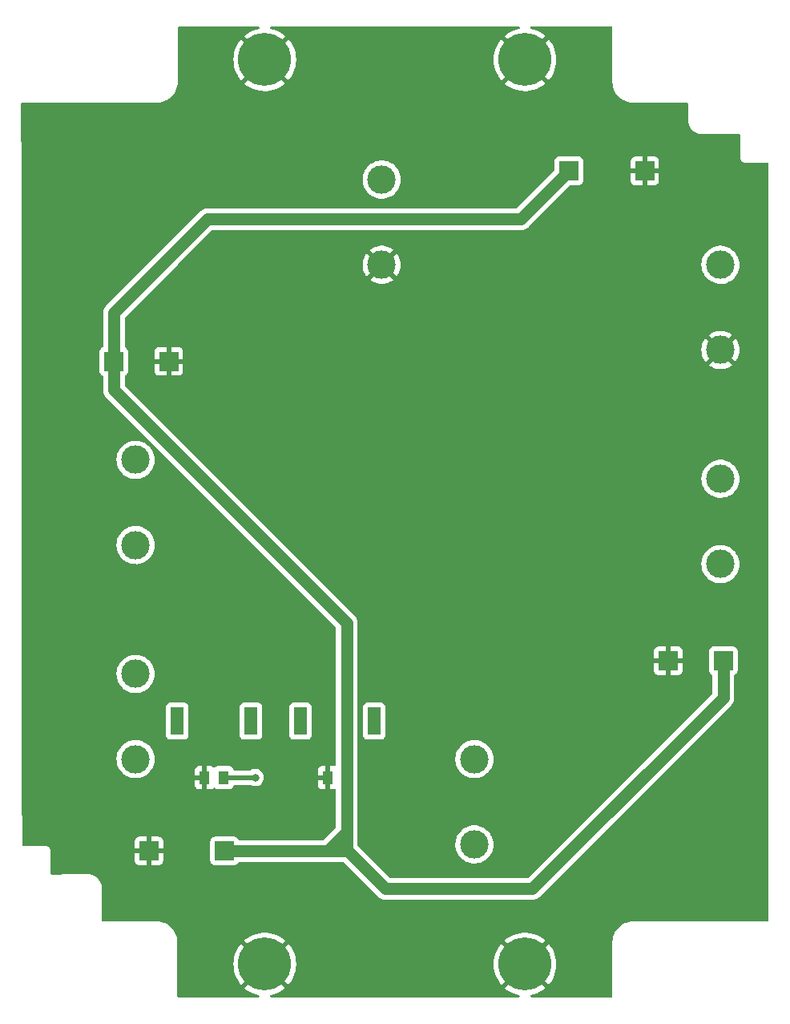
<source format=gbl>
G04 #@! TF.GenerationSoftware,KiCad,Pcbnew,(6.0.5-0)*
G04 #@! TF.CreationDate,2023-01-03T07:13:37-05:00*
G04 #@! TF.ProjectId,new-solar-cell-burn-wire,6e65772d-736f-46c6-9172-2d63656c6c2d,2*
G04 #@! TF.SameCoordinates,Original*
G04 #@! TF.FileFunction,Copper,L2,Bot*
G04 #@! TF.FilePolarity,Positive*
%FSLAX46Y46*%
G04 Gerber Fmt 4.6, Leading zero omitted, Abs format (unit mm)*
G04 Created by KiCad (PCBNEW (6.0.5-0)) date 2023-01-03 07:13:37*
%MOMM*%
%LPD*%
G01*
G04 APERTURE LIST*
G04 #@! TA.AperFunction,ComponentPad*
%ADD10C,3.000000*%
G04 #@! TD*
G04 #@! TA.AperFunction,ComponentPad*
%ADD11R,2.000000X2.000000*%
G04 #@! TD*
G04 #@! TA.AperFunction,ComponentPad*
%ADD12C,5.600000*%
G04 #@! TD*
G04 #@! TA.AperFunction,SMDPad,CuDef*
%ADD13R,1.100000X1.450000*%
G04 #@! TD*
G04 #@! TA.AperFunction,SMDPad,CuDef*
%ADD14R,1.350000X2.899999*%
G04 #@! TD*
G04 #@! TA.AperFunction,ViaPad*
%ADD15C,0.800000*%
G04 #@! TD*
G04 #@! TA.AperFunction,Conductor*
%ADD16C,1.270000*%
G04 #@! TD*
G04 #@! TA.AperFunction,Conductor*
%ADD17C,0.250000*%
G04 #@! TD*
G04 #@! TA.AperFunction,Conductor*
%ADD18C,0.500000*%
G04 #@! TD*
G04 APERTURE END LIST*
D10*
X84700000Y-116600000D03*
X84700000Y-107600000D03*
X110700000Y-55400000D03*
X110700000Y-64400000D03*
D11*
X146800000Y-106200000D03*
X86100000Y-126300000D03*
X138500000Y-54500000D03*
X82400000Y-74600000D03*
D12*
X125850000Y-42750000D03*
D10*
X84700000Y-94000000D03*
X84700000Y-85000000D03*
D11*
X88200000Y-74600000D03*
D12*
X98350000Y-42750000D03*
D10*
X146500000Y-87000000D03*
X146500000Y-96000000D03*
D11*
X94100000Y-126300000D03*
D12*
X98350000Y-138250000D03*
X125850000Y-138250000D03*
D11*
X130500000Y-54500000D03*
D10*
X120500000Y-125600000D03*
X120500000Y-116600000D03*
X146500000Y-64400000D03*
X146500000Y-73400000D03*
D11*
X141000000Y-106200000D03*
D13*
X92000000Y-118550000D03*
X94000001Y-118550000D03*
D14*
X89105002Y-112575001D03*
X96894997Y-112575001D03*
D13*
X105000000Y-118550000D03*
X107000001Y-118550000D03*
D14*
X102105002Y-112575001D03*
X109894997Y-112575001D03*
D15*
X81900000Y-128875000D03*
X114400000Y-66100000D03*
X113500000Y-64200000D03*
X136800000Y-106175000D03*
X81900000Y-123950000D03*
X140700000Y-51925000D03*
X138800000Y-106175000D03*
X145400000Y-76800000D03*
X90400000Y-72300000D03*
X141200000Y-108700000D03*
X90400000Y-74775000D03*
X144200000Y-70000000D03*
X108000000Y-66000000D03*
X83900000Y-123900000D03*
X144200000Y-76300000D03*
X110800000Y-67400000D03*
X144200000Y-71300000D03*
X143400000Y-75200000D03*
X83900000Y-126350000D03*
X83900000Y-128875000D03*
X92400000Y-77225000D03*
X107300000Y-67200000D03*
X142700000Y-51925000D03*
X143900000Y-74100000D03*
X136800000Y-108675000D03*
X144700000Y-75400000D03*
X108700000Y-68500000D03*
X88000000Y-77275000D03*
X107700000Y-64400000D03*
X113400000Y-67700000D03*
X92400000Y-72300000D03*
X142700000Y-56850000D03*
X109100000Y-67200000D03*
X138800000Y-108675000D03*
X92400000Y-74800000D03*
X143900000Y-72500000D03*
X138300000Y-56900000D03*
X143100000Y-70900000D03*
X90400000Y-77275000D03*
X113300000Y-65600000D03*
X138300000Y-51900000D03*
X140700000Y-56900000D03*
X145300000Y-70700000D03*
X142800000Y-72000000D03*
X138800000Y-103700000D03*
X81900000Y-126375000D03*
X86300000Y-128900000D03*
X86300000Y-123900000D03*
X142700000Y-54425000D03*
X141200000Y-103700000D03*
X88000000Y-72275000D03*
X140700000Y-54425000D03*
X110500000Y-68800000D03*
X112000000Y-68500000D03*
X112400000Y-66800000D03*
X146100000Y-75900000D03*
X97350000Y-118550000D03*
D16*
X107000001Y-118725000D02*
X107000001Y-126300000D01*
X105000000Y-126300000D02*
X94100000Y-126300000D01*
X111100000Y-130300000D02*
X126600000Y-130300000D01*
X107000001Y-118550000D02*
X107000001Y-124399999D01*
X146800000Y-110100000D02*
X146800000Y-106200000D01*
D17*
X107000001Y-118550000D02*
X107000001Y-118725000D01*
D16*
X125400000Y-59600000D02*
X92300000Y-59600000D01*
X107000001Y-126300000D02*
X105000000Y-126300000D01*
X107000001Y-126200001D02*
X111100000Y-130300000D01*
X107000001Y-102200001D02*
X107000001Y-118550000D01*
X126600000Y-130300000D02*
X146800000Y-110100000D01*
X106900001Y-124399999D02*
X107000001Y-124399999D01*
X130500000Y-54500000D02*
X125400000Y-59600000D01*
X82400000Y-77600000D02*
X107000001Y-102200001D01*
X107000001Y-124399999D02*
X107000001Y-126200001D01*
X82400000Y-69500000D02*
X82400000Y-74600000D01*
X92300000Y-59600000D02*
X82400000Y-69500000D01*
X105000000Y-126300000D02*
X106900001Y-124399999D01*
X82400000Y-74600000D02*
X82400000Y-77600000D01*
D18*
X94000001Y-118550000D02*
X97350000Y-118550000D01*
G04 #@! TA.AperFunction,Conductor*
G36*
X97733879Y-39278502D02*
G01*
X97780372Y-39332158D01*
X97790476Y-39402432D01*
X97760982Y-39467012D01*
X97701256Y-39505396D01*
X97692600Y-39507608D01*
X97473586Y-39555361D01*
X97467011Y-39557172D01*
X97133683Y-39668702D01*
X97127361Y-39671205D01*
X96808034Y-39818079D01*
X96801991Y-39821265D01*
X96500401Y-40001763D01*
X96494755Y-40005571D01*
X96214408Y-40217596D01*
X96209211Y-40221987D01*
X96207972Y-40223155D01*
X96199950Y-40236862D01*
X96199986Y-40237704D01*
X96205037Y-40245826D01*
X98337190Y-42377980D01*
X98351131Y-42385592D01*
X98352966Y-42385461D01*
X98359580Y-42381210D01*
X100492798Y-40247991D01*
X100500412Y-40234047D01*
X100500344Y-40233089D01*
X100495836Y-40226272D01*
X100494418Y-40225065D01*
X100214813Y-40012064D01*
X100209187Y-40008240D01*
X99908214Y-39826681D01*
X99902202Y-39823484D01*
X99583370Y-39675487D01*
X99577070Y-39672967D01*
X99244129Y-39560273D01*
X99237551Y-39558437D01*
X99007846Y-39507513D01*
X98945669Y-39473241D01*
X98911891Y-39410795D01*
X98917237Y-39340000D01*
X98960009Y-39283333D01*
X99026627Y-39258786D01*
X99035117Y-39258500D01*
X125165758Y-39258500D01*
X125233879Y-39278502D01*
X125280372Y-39332158D01*
X125290476Y-39402432D01*
X125260982Y-39467012D01*
X125201256Y-39505396D01*
X125192600Y-39507608D01*
X124973586Y-39555361D01*
X124967011Y-39557172D01*
X124633683Y-39668702D01*
X124627361Y-39671205D01*
X124308034Y-39818079D01*
X124301991Y-39821265D01*
X124000401Y-40001763D01*
X123994755Y-40005571D01*
X123714408Y-40217596D01*
X123709211Y-40221987D01*
X123707972Y-40223155D01*
X123699950Y-40236862D01*
X123699986Y-40237704D01*
X123705037Y-40245826D01*
X125837190Y-42377980D01*
X125851131Y-42385592D01*
X125852966Y-42385461D01*
X125859580Y-42381210D01*
X127992798Y-40247991D01*
X128000412Y-40234047D01*
X128000344Y-40233089D01*
X127995836Y-40226272D01*
X127994418Y-40225065D01*
X127714813Y-40012064D01*
X127709187Y-40008240D01*
X127408214Y-39826681D01*
X127402202Y-39823484D01*
X127083370Y-39675487D01*
X127077070Y-39672967D01*
X126744129Y-39560273D01*
X126737551Y-39558437D01*
X126507846Y-39507513D01*
X126445669Y-39473241D01*
X126411891Y-39410795D01*
X126417237Y-39340000D01*
X126460009Y-39283333D01*
X126526627Y-39258786D01*
X126535117Y-39258500D01*
X134965500Y-39258500D01*
X135033621Y-39278502D01*
X135080114Y-39332158D01*
X135091500Y-39384500D01*
X135091500Y-45050633D01*
X135090000Y-45070018D01*
X135087690Y-45084851D01*
X135087690Y-45084855D01*
X135086309Y-45093724D01*
X135087474Y-45102631D01*
X135087470Y-45102927D01*
X135088185Y-45110417D01*
X135103322Y-45360654D01*
X135150392Y-45617507D01*
X135228079Y-45866814D01*
X135335250Y-46104938D01*
X135337219Y-46108195D01*
X135337221Y-46108199D01*
X135418055Y-46241914D01*
X135470343Y-46328409D01*
X135472684Y-46331397D01*
X135472686Y-46331400D01*
X135562998Y-46446674D01*
X135631387Y-46533966D01*
X135816034Y-46718613D01*
X135819034Y-46720963D01*
X135819037Y-46720966D01*
X135945089Y-46819721D01*
X136021591Y-46879657D01*
X136024845Y-46881624D01*
X136241801Y-47012779D01*
X136241805Y-47012781D01*
X136245062Y-47014750D01*
X136364124Y-47068335D01*
X136479710Y-47120357D01*
X136479716Y-47120359D01*
X136483186Y-47121921D01*
X136732493Y-47199608D01*
X136989346Y-47246678D01*
X136993140Y-47246908D01*
X136993144Y-47246908D01*
X137213220Y-47260221D01*
X137226509Y-47261736D01*
X137232649Y-47262769D01*
X137232652Y-47262769D01*
X137237448Y-47263576D01*
X137243826Y-47263654D01*
X137245140Y-47263670D01*
X137245143Y-47263670D01*
X137250000Y-47263729D01*
X137277624Y-47259773D01*
X137295486Y-47258500D01*
X142965500Y-47258500D01*
X143033621Y-47278502D01*
X143080114Y-47332158D01*
X143091500Y-47384500D01*
X143091500Y-49124909D01*
X143090690Y-49139172D01*
X143086484Y-49176089D01*
X143086999Y-49188631D01*
X143087944Y-49193403D01*
X143087944Y-49193405D01*
X143089700Y-49202274D01*
X143091084Y-49210779D01*
X143116353Y-49408652D01*
X143117611Y-49413117D01*
X143117612Y-49413123D01*
X143149145Y-49525061D01*
X143176513Y-49622214D01*
X143178418Y-49626455D01*
X143178419Y-49626458D01*
X143190972Y-49654406D01*
X143267421Y-49824610D01*
X143269926Y-49828520D01*
X143269930Y-49828528D01*
X143331033Y-49923915D01*
X143387099Y-50011439D01*
X143532948Y-50178641D01*
X143536479Y-50181651D01*
X143536484Y-50181656D01*
X143617372Y-50250611D01*
X143701796Y-50322581D01*
X143889973Y-50440129D01*
X143894232Y-50441984D01*
X144089117Y-50526872D01*
X144089121Y-50526873D01*
X144093388Y-50528732D01*
X144228400Y-50565114D01*
X144303129Y-50585252D01*
X144303132Y-50585253D01*
X144307620Y-50586462D01*
X144312239Y-50586999D01*
X144312241Y-50586999D01*
X144396607Y-50596799D01*
X144488673Y-50607495D01*
X144500220Y-50609383D01*
X144510658Y-50611592D01*
X144510662Y-50611592D01*
X144515427Y-50612601D01*
X144527962Y-50613279D01*
X144532797Y-50612792D01*
X144532799Y-50612792D01*
X144569118Y-50609134D01*
X144581744Y-50608500D01*
X148465500Y-50608500D01*
X148533621Y-50628502D01*
X148580114Y-50682158D01*
X148591500Y-50734500D01*
X148591500Y-53091377D01*
X148591498Y-53092147D01*
X148591024Y-53169721D01*
X148593491Y-53178352D01*
X148599150Y-53198153D01*
X148602728Y-53214915D01*
X148606920Y-53244187D01*
X148610634Y-53252355D01*
X148610634Y-53252356D01*
X148617548Y-53267562D01*
X148623996Y-53285086D01*
X148631051Y-53309771D01*
X148635843Y-53317365D01*
X148635844Y-53317368D01*
X148646830Y-53334780D01*
X148654969Y-53349863D01*
X148667208Y-53376782D01*
X148673069Y-53383584D01*
X148683970Y-53396235D01*
X148695073Y-53411239D01*
X148708776Y-53432958D01*
X148715501Y-53438897D01*
X148715504Y-53438901D01*
X148730938Y-53452532D01*
X148742982Y-53464724D01*
X148756427Y-53480327D01*
X148756430Y-53480329D01*
X148762287Y-53487127D01*
X148769816Y-53492007D01*
X148769817Y-53492008D01*
X148783835Y-53501094D01*
X148798709Y-53512385D01*
X148811217Y-53523431D01*
X148817951Y-53529378D01*
X148844711Y-53541942D01*
X148859691Y-53550263D01*
X148876983Y-53561471D01*
X148876988Y-53561473D01*
X148884515Y-53566352D01*
X148893108Y-53568922D01*
X148893113Y-53568924D01*
X148909120Y-53573711D01*
X148926564Y-53580372D01*
X148941676Y-53587467D01*
X148941678Y-53587468D01*
X148949800Y-53591281D01*
X148958667Y-53592662D01*
X148958668Y-53592662D01*
X148968310Y-53594163D01*
X148979017Y-53595830D01*
X148995732Y-53599613D01*
X149015466Y-53605515D01*
X149015472Y-53605516D01*
X149024066Y-53608086D01*
X149033037Y-53608141D01*
X149033038Y-53608141D01*
X149043097Y-53608202D01*
X149058506Y-53608296D01*
X149059289Y-53608329D01*
X149060386Y-53608500D01*
X149091377Y-53608500D01*
X149092147Y-53608502D01*
X149165785Y-53608952D01*
X149165786Y-53608952D01*
X149169721Y-53608976D01*
X149171065Y-53608592D01*
X149172410Y-53608500D01*
X151465500Y-53608500D01*
X151533621Y-53628502D01*
X151580114Y-53682158D01*
X151591500Y-53734500D01*
X151591500Y-133615500D01*
X151571498Y-133683621D01*
X151517842Y-133730114D01*
X151465500Y-133741500D01*
X137303250Y-133741500D01*
X137282345Y-133739754D01*
X137267344Y-133737230D01*
X137267341Y-133737230D01*
X137262552Y-133736424D01*
X137256313Y-133736348D01*
X137254860Y-133736330D01*
X137254857Y-133736330D01*
X137250000Y-133736271D01*
X137245190Y-133736960D01*
X137245188Y-133736960D01*
X137242000Y-133737417D01*
X137239580Y-133737763D01*
X137229332Y-133738805D01*
X136993144Y-133753092D01*
X136993140Y-133753093D01*
X136989346Y-133753322D01*
X136732493Y-133800392D01*
X136483186Y-133878079D01*
X136479716Y-133879641D01*
X136479710Y-133879643D01*
X136364124Y-133931664D01*
X136245062Y-133985250D01*
X136241805Y-133987219D01*
X136241801Y-133987221D01*
X136078321Y-134086049D01*
X136021591Y-134120343D01*
X136018603Y-134122684D01*
X136018600Y-134122686D01*
X135869367Y-134239603D01*
X135816034Y-134281387D01*
X135631387Y-134466034D01*
X135629037Y-134469034D01*
X135629034Y-134469037D01*
X135479487Y-134659920D01*
X135470343Y-134671591D01*
X135468376Y-134674845D01*
X135416746Y-134760252D01*
X135335250Y-134895062D01*
X135295957Y-134982367D01*
X135260895Y-135060273D01*
X135228079Y-135133186D01*
X135150392Y-135382493D01*
X135103322Y-135639346D01*
X135103093Y-135643140D01*
X135103092Y-135643144D01*
X135089325Y-135870735D01*
X135088056Y-135882505D01*
X135086309Y-135893724D01*
X135087473Y-135902626D01*
X135087473Y-135902628D01*
X135090436Y-135925283D01*
X135091500Y-135941621D01*
X135091500Y-141615500D01*
X135071498Y-141683621D01*
X135017842Y-141730114D01*
X134965500Y-141741500D01*
X126533537Y-141741500D01*
X126465416Y-141721498D01*
X126418923Y-141667842D01*
X126408819Y-141597568D01*
X126438313Y-141532988D01*
X126498039Y-141494604D01*
X126507125Y-141492299D01*
X126715274Y-141447676D01*
X126721822Y-141445897D01*
X127055549Y-141335527D01*
X127061891Y-141333041D01*
X127381718Y-141187288D01*
X127387777Y-141184121D01*
X127689995Y-141004676D01*
X127695659Y-141000884D01*
X127976732Y-140789849D01*
X127981958Y-140785464D01*
X127991613Y-140776428D01*
X127999682Y-140762750D01*
X127999654Y-140762024D01*
X127994512Y-140753723D01*
X125862810Y-138622020D01*
X125848869Y-138614408D01*
X125847034Y-138614539D01*
X125840420Y-138618790D01*
X123706774Y-140752437D01*
X123699160Y-140766381D01*
X123699237Y-140767470D01*
X123701698Y-140771206D01*
X123975632Y-140981404D01*
X123981262Y-140985259D01*
X124281591Y-141167862D01*
X124287593Y-141171080D01*
X124605897Y-141320184D01*
X124612202Y-141322732D01*
X124944743Y-141436587D01*
X124951309Y-141438444D01*
X125191542Y-141492583D01*
X125253598Y-141527071D01*
X125287158Y-141589636D01*
X125281565Y-141660412D01*
X125238596Y-141716928D01*
X125171892Y-141741242D01*
X125163841Y-141741500D01*
X99033537Y-141741500D01*
X98965416Y-141721498D01*
X98918923Y-141667842D01*
X98908819Y-141597568D01*
X98938313Y-141532988D01*
X98998039Y-141494604D01*
X99007125Y-141492299D01*
X99215274Y-141447676D01*
X99221822Y-141445897D01*
X99555549Y-141335527D01*
X99561891Y-141333041D01*
X99881718Y-141187288D01*
X99887777Y-141184121D01*
X100189995Y-141004676D01*
X100195659Y-141000884D01*
X100476732Y-140789849D01*
X100481958Y-140785464D01*
X100491613Y-140776428D01*
X100499682Y-140762750D01*
X100499654Y-140762024D01*
X100494512Y-140753723D01*
X98362810Y-138622020D01*
X98348869Y-138614408D01*
X98347034Y-138614539D01*
X98340420Y-138618790D01*
X96206774Y-140752437D01*
X96199160Y-140766381D01*
X96199237Y-140767470D01*
X96201698Y-140771206D01*
X96475632Y-140981404D01*
X96481262Y-140985259D01*
X96781591Y-141167862D01*
X96787593Y-141171080D01*
X97105897Y-141320184D01*
X97112202Y-141322732D01*
X97444743Y-141436587D01*
X97451309Y-141438444D01*
X97691542Y-141492583D01*
X97753598Y-141527071D01*
X97787158Y-141589636D01*
X97781565Y-141660412D01*
X97738596Y-141716928D01*
X97671892Y-141741242D01*
X97663841Y-141741500D01*
X89234500Y-141741500D01*
X89166379Y-141721498D01*
X89119886Y-141667842D01*
X89108500Y-141615500D01*
X89108500Y-138241832D01*
X95037333Y-138241832D01*
X95055117Y-138592893D01*
X95055827Y-138599649D01*
X95111420Y-138946723D01*
X95112859Y-138953378D01*
X95205608Y-139292410D01*
X95207757Y-139298871D01*
X95336581Y-139625912D01*
X95339412Y-139632095D01*
X95502803Y-139943310D01*
X95506286Y-139949152D01*
X95702330Y-140240896D01*
X95706433Y-140246340D01*
X95826425Y-140388836D01*
X95839164Y-140397279D01*
X95849608Y-140391181D01*
X97977980Y-138262810D01*
X97984357Y-138251131D01*
X98714408Y-138251131D01*
X98714539Y-138252966D01*
X98718790Y-138259580D01*
X100849009Y-140389798D01*
X100862605Y-140397223D01*
X100872218Y-140390522D01*
X100972518Y-140273912D01*
X100976676Y-140268514D01*
X101175762Y-139978840D01*
X101179310Y-139973029D01*
X101345942Y-139663559D01*
X101348849Y-139657381D01*
X101481090Y-139331713D01*
X101483304Y-139325283D01*
X101579598Y-138987237D01*
X101581105Y-138980607D01*
X101640332Y-138634118D01*
X101641112Y-138627378D01*
X101662668Y-138274925D01*
X101662784Y-138271323D01*
X101662853Y-138251819D01*
X101662761Y-138248194D01*
X101662416Y-138241832D01*
X122537333Y-138241832D01*
X122555117Y-138592893D01*
X122555827Y-138599649D01*
X122611420Y-138946723D01*
X122612859Y-138953378D01*
X122705608Y-139292410D01*
X122707757Y-139298871D01*
X122836581Y-139625912D01*
X122839412Y-139632095D01*
X123002803Y-139943310D01*
X123006286Y-139949152D01*
X123202330Y-140240896D01*
X123206433Y-140246340D01*
X123326425Y-140388836D01*
X123339164Y-140397279D01*
X123349608Y-140391181D01*
X125477980Y-138262810D01*
X125484357Y-138251131D01*
X126214408Y-138251131D01*
X126214539Y-138252966D01*
X126218790Y-138259580D01*
X128349009Y-140389798D01*
X128362605Y-140397223D01*
X128372218Y-140390522D01*
X128472518Y-140273912D01*
X128476676Y-140268514D01*
X128675762Y-139978840D01*
X128679310Y-139973029D01*
X128845942Y-139663559D01*
X128848849Y-139657381D01*
X128981090Y-139331713D01*
X128983304Y-139325283D01*
X129079598Y-138987237D01*
X129081105Y-138980607D01*
X129140332Y-138634118D01*
X129141112Y-138627378D01*
X129162668Y-138274925D01*
X129162784Y-138271323D01*
X129162853Y-138251819D01*
X129162761Y-138248194D01*
X129143666Y-137895615D01*
X129142931Y-137888849D01*
X129086130Y-137541985D01*
X129084663Y-137535313D01*
X128990736Y-137196627D01*
X128988562Y-137190163D01*
X128858598Y-136863578D01*
X128855742Y-136857398D01*
X128691269Y-136546763D01*
X128687769Y-136540937D01*
X128490697Y-136249862D01*
X128486590Y-136244453D01*
X128373565Y-136111179D01*
X128360740Y-136102743D01*
X128350416Y-136108795D01*
X126222020Y-138237190D01*
X126214408Y-138251131D01*
X125484357Y-138251131D01*
X125485592Y-138248869D01*
X125485461Y-138247034D01*
X125481210Y-138240420D01*
X123350992Y-136110203D01*
X123337455Y-136102811D01*
X123327753Y-136109599D01*
X123220430Y-136235257D01*
X123216296Y-136240664D01*
X123018215Y-136531041D01*
X123014697Y-136536851D01*
X122849134Y-136846922D01*
X122846259Y-136853087D01*
X122715155Y-137179218D01*
X122712962Y-137185658D01*
X122617846Y-137524044D01*
X122616363Y-137530679D01*
X122558350Y-137877354D01*
X122557591Y-137884126D01*
X122537357Y-138235037D01*
X122537333Y-138241832D01*
X101662416Y-138241832D01*
X101643666Y-137895615D01*
X101642931Y-137888849D01*
X101586130Y-137541985D01*
X101584663Y-137535313D01*
X101490736Y-137196627D01*
X101488562Y-137190163D01*
X101358598Y-136863578D01*
X101355742Y-136857398D01*
X101191269Y-136546763D01*
X101187769Y-136540937D01*
X100990697Y-136249862D01*
X100986590Y-136244453D01*
X100873565Y-136111179D01*
X100860740Y-136102743D01*
X100850416Y-136108795D01*
X98722020Y-138237190D01*
X98714408Y-138251131D01*
X97984357Y-138251131D01*
X97985592Y-138248869D01*
X97985461Y-138247034D01*
X97981210Y-138240420D01*
X95850992Y-136110203D01*
X95837455Y-136102811D01*
X95827753Y-136109599D01*
X95720430Y-136235257D01*
X95716296Y-136240664D01*
X95518215Y-136531041D01*
X95514697Y-136536851D01*
X95349134Y-136846922D01*
X95346259Y-136853087D01*
X95215155Y-137179218D01*
X95212962Y-137185658D01*
X95117846Y-137524044D01*
X95116363Y-137530679D01*
X95058350Y-137877354D01*
X95057591Y-137884126D01*
X95037357Y-138235037D01*
X95037333Y-138241832D01*
X89108500Y-138241832D01*
X89108500Y-135953250D01*
X89110246Y-135932345D01*
X89112770Y-135917344D01*
X89112770Y-135917341D01*
X89113576Y-135912552D01*
X89113729Y-135900000D01*
X89112237Y-135889580D01*
X89111195Y-135879332D01*
X89102577Y-135736862D01*
X96199950Y-135736862D01*
X96199986Y-135737704D01*
X96205037Y-135745826D01*
X98337190Y-137877980D01*
X98351131Y-137885592D01*
X98352966Y-137885461D01*
X98359580Y-137881210D01*
X100492798Y-135747991D01*
X100498875Y-135736862D01*
X123699950Y-135736862D01*
X123699986Y-135737704D01*
X123705037Y-135745826D01*
X125837190Y-137877980D01*
X125851131Y-137885592D01*
X125852966Y-137885461D01*
X125859580Y-137881210D01*
X127992798Y-135747991D01*
X128000412Y-135734047D01*
X128000344Y-135733089D01*
X127995836Y-135726272D01*
X127994418Y-135725065D01*
X127714813Y-135512064D01*
X127709187Y-135508240D01*
X127408214Y-135326681D01*
X127402202Y-135323484D01*
X127083370Y-135175487D01*
X127077070Y-135172967D01*
X126744129Y-135060273D01*
X126737551Y-135058437D01*
X126394417Y-134982367D01*
X126387678Y-134981251D01*
X126038310Y-134942680D01*
X126031529Y-134942301D01*
X125680015Y-134941687D01*
X125673242Y-134942042D01*
X125323720Y-134979395D01*
X125317010Y-134980482D01*
X124973586Y-135055361D01*
X124967011Y-135057172D01*
X124633683Y-135168702D01*
X124627361Y-135171205D01*
X124308034Y-135318079D01*
X124301991Y-135321265D01*
X124000401Y-135501763D01*
X123994755Y-135505571D01*
X123714408Y-135717596D01*
X123709211Y-135721987D01*
X123707972Y-135723155D01*
X123699950Y-135736862D01*
X100498875Y-135736862D01*
X100500412Y-135734047D01*
X100500344Y-135733089D01*
X100495836Y-135726272D01*
X100494418Y-135725065D01*
X100214813Y-135512064D01*
X100209187Y-135508240D01*
X99908214Y-135326681D01*
X99902202Y-135323484D01*
X99583370Y-135175487D01*
X99577070Y-135172967D01*
X99244129Y-135060273D01*
X99237551Y-135058437D01*
X98894417Y-134982367D01*
X98887678Y-134981251D01*
X98538310Y-134942680D01*
X98531529Y-134942301D01*
X98180015Y-134941687D01*
X98173242Y-134942042D01*
X97823720Y-134979395D01*
X97817010Y-134980482D01*
X97473586Y-135055361D01*
X97467011Y-135057172D01*
X97133683Y-135168702D01*
X97127361Y-135171205D01*
X96808034Y-135318079D01*
X96801991Y-135321265D01*
X96500401Y-135501763D01*
X96494755Y-135505571D01*
X96214408Y-135717596D01*
X96209211Y-135721987D01*
X96207972Y-135723155D01*
X96199950Y-135736862D01*
X89102577Y-135736862D01*
X89096908Y-135643144D01*
X89096907Y-135643140D01*
X89096678Y-135639346D01*
X89049608Y-135382493D01*
X88971921Y-135133186D01*
X88939106Y-135060273D01*
X88904043Y-134982367D01*
X88864750Y-134895062D01*
X88783255Y-134760252D01*
X88731624Y-134674845D01*
X88729657Y-134671591D01*
X88720514Y-134659920D01*
X88570966Y-134469037D01*
X88570963Y-134469034D01*
X88568613Y-134466034D01*
X88383966Y-134281387D01*
X88330633Y-134239603D01*
X88181400Y-134122686D01*
X88181397Y-134122684D01*
X88178409Y-134120343D01*
X88121679Y-134086049D01*
X87958199Y-133987221D01*
X87958195Y-133987219D01*
X87954938Y-133985250D01*
X87835876Y-133931664D01*
X87720290Y-133879643D01*
X87720284Y-133879641D01*
X87716814Y-133878079D01*
X87467507Y-133800392D01*
X87210654Y-133753322D01*
X87206860Y-133753092D01*
X87206856Y-133753092D01*
X86986780Y-133739779D01*
X86973491Y-133738264D01*
X86967351Y-133737231D01*
X86967348Y-133737231D01*
X86962552Y-133736424D01*
X86956174Y-133736346D01*
X86954860Y-133736330D01*
X86954857Y-133736330D01*
X86950000Y-133736271D01*
X86925679Y-133739754D01*
X86922376Y-133740227D01*
X86904514Y-133741500D01*
X81235387Y-133741500D01*
X81167266Y-133721498D01*
X81120773Y-133667842D01*
X81109387Y-133615324D01*
X81112500Y-131387705D01*
X81114171Y-130191375D01*
X81115190Y-130175560D01*
X81118780Y-130147501D01*
X81119399Y-130142663D01*
X81119057Y-130130115D01*
X81116982Y-130118819D01*
X81115758Y-130110647D01*
X81092923Y-129914645D01*
X81092920Y-129914630D01*
X81092362Y-129909840D01*
X81033394Y-129696016D01*
X80992729Y-129605490D01*
X80944483Y-129498090D01*
X80944482Y-129498089D01*
X80942505Y-129493687D01*
X80821821Y-129307588D01*
X80674166Y-129142072D01*
X80502994Y-129001011D01*
X80312311Y-128887708D01*
X80185746Y-128836711D01*
X80111051Y-128806614D01*
X80111047Y-128806613D01*
X80106578Y-128804812D01*
X80101881Y-128803713D01*
X80101879Y-128803712D01*
X79895305Y-128755363D01*
X79895304Y-128755363D01*
X79890609Y-128754264D01*
X79885809Y-128753895D01*
X79885805Y-128753894D01*
X79811672Y-128748189D01*
X79707148Y-128740146D01*
X79695887Y-128738766D01*
X79682010Y-128736427D01*
X79677138Y-128736366D01*
X79677133Y-128736366D01*
X79675854Y-128736350D01*
X79669458Y-128736271D01*
X79664641Y-128736960D01*
X79664634Y-128736960D01*
X79638192Y-128740740D01*
X79621773Y-128742000D01*
X77896424Y-128761302D01*
X75835909Y-128784354D01*
X75767569Y-128765115D01*
X75720479Y-128711983D01*
X75708500Y-128658362D01*
X75708500Y-127344669D01*
X84592001Y-127344669D01*
X84592371Y-127351490D01*
X84597895Y-127402352D01*
X84601521Y-127417604D01*
X84646676Y-127538054D01*
X84655214Y-127553649D01*
X84731715Y-127655724D01*
X84744276Y-127668285D01*
X84846351Y-127744786D01*
X84861946Y-127753324D01*
X84982394Y-127798478D01*
X84997649Y-127802105D01*
X85048514Y-127807631D01*
X85055328Y-127808000D01*
X85827885Y-127808000D01*
X85843124Y-127803525D01*
X85844329Y-127802135D01*
X85846000Y-127794452D01*
X85846000Y-127789884D01*
X86354000Y-127789884D01*
X86358475Y-127805123D01*
X86359865Y-127806328D01*
X86367548Y-127807999D01*
X87144669Y-127807999D01*
X87151490Y-127807629D01*
X87202352Y-127802105D01*
X87217604Y-127798479D01*
X87338054Y-127753324D01*
X87353649Y-127744786D01*
X87455724Y-127668285D01*
X87468285Y-127655724D01*
X87544786Y-127553649D01*
X87553324Y-127538054D01*
X87598478Y-127417606D01*
X87602105Y-127402351D01*
X87607631Y-127351486D01*
X87608000Y-127344672D01*
X87608000Y-126572115D01*
X87603525Y-126556876D01*
X87602135Y-126555671D01*
X87594452Y-126554000D01*
X86372115Y-126554000D01*
X86356876Y-126558475D01*
X86355671Y-126559865D01*
X86354000Y-126567548D01*
X86354000Y-127789884D01*
X85846000Y-127789884D01*
X85846000Y-126572115D01*
X85841525Y-126556876D01*
X85840135Y-126555671D01*
X85832452Y-126554000D01*
X84610116Y-126554000D01*
X84594877Y-126558475D01*
X84593672Y-126559865D01*
X84592001Y-126567548D01*
X84592001Y-127344669D01*
X75708500Y-127344669D01*
X75708500Y-126308623D01*
X75708502Y-126307853D01*
X75708921Y-126239254D01*
X75708976Y-126230279D01*
X75700850Y-126201847D01*
X75697272Y-126185085D01*
X75694352Y-126164698D01*
X75693080Y-126155813D01*
X75682451Y-126132436D01*
X75676004Y-126114913D01*
X75671416Y-126098862D01*
X75668949Y-126090229D01*
X75664156Y-126082632D01*
X75653170Y-126065220D01*
X75645030Y-126050135D01*
X75642390Y-126044329D01*
X75634914Y-126027885D01*
X84592000Y-126027885D01*
X84596475Y-126043124D01*
X84597865Y-126044329D01*
X84605548Y-126046000D01*
X85827885Y-126046000D01*
X85843124Y-126041525D01*
X85844329Y-126040135D01*
X85846000Y-126032452D01*
X85846000Y-126027885D01*
X86354000Y-126027885D01*
X86358475Y-126043124D01*
X86359865Y-126044329D01*
X86367548Y-126046000D01*
X87589884Y-126046000D01*
X87605123Y-126041525D01*
X87606328Y-126040135D01*
X87607999Y-126032452D01*
X87607999Y-125255331D01*
X87607629Y-125248510D01*
X87602105Y-125197648D01*
X87598479Y-125182396D01*
X87553324Y-125061946D01*
X87544786Y-125046351D01*
X87468285Y-124944276D01*
X87455724Y-124931715D01*
X87353649Y-124855214D01*
X87338054Y-124846676D01*
X87217606Y-124801522D01*
X87202351Y-124797895D01*
X87151486Y-124792369D01*
X87144672Y-124792000D01*
X86372115Y-124792000D01*
X86356876Y-124796475D01*
X86355671Y-124797865D01*
X86354000Y-124805548D01*
X86354000Y-126027885D01*
X85846000Y-126027885D01*
X85846000Y-124810116D01*
X85841525Y-124794877D01*
X85840135Y-124793672D01*
X85832452Y-124792001D01*
X85055331Y-124792001D01*
X85048510Y-124792371D01*
X84997648Y-124797895D01*
X84982396Y-124801521D01*
X84861946Y-124846676D01*
X84846351Y-124855214D01*
X84744276Y-124931715D01*
X84731715Y-124944276D01*
X84655214Y-125046351D01*
X84646676Y-125061946D01*
X84601522Y-125182394D01*
X84597895Y-125197649D01*
X84592369Y-125248514D01*
X84592000Y-125255328D01*
X84592000Y-126027885D01*
X75634914Y-126027885D01*
X75632792Y-126023218D01*
X75616030Y-126003765D01*
X75604927Y-125988761D01*
X75591224Y-125967042D01*
X75584499Y-125961103D01*
X75584496Y-125961099D01*
X75569062Y-125947468D01*
X75557018Y-125935276D01*
X75543573Y-125919673D01*
X75543570Y-125919671D01*
X75537713Y-125912873D01*
X75516165Y-125898906D01*
X75501291Y-125887615D01*
X75488783Y-125876569D01*
X75488782Y-125876568D01*
X75482049Y-125870622D01*
X75455287Y-125858057D01*
X75440309Y-125849737D01*
X75423017Y-125838529D01*
X75423012Y-125838527D01*
X75415485Y-125833648D01*
X75406892Y-125831078D01*
X75406887Y-125831076D01*
X75390880Y-125826289D01*
X75373436Y-125819628D01*
X75358324Y-125812533D01*
X75358322Y-125812532D01*
X75350200Y-125808719D01*
X75341333Y-125807338D01*
X75341332Y-125807338D01*
X75331690Y-125805837D01*
X75320983Y-125804170D01*
X75304268Y-125800387D01*
X75284534Y-125794485D01*
X75284528Y-125794484D01*
X75275934Y-125791914D01*
X75266963Y-125791859D01*
X75266962Y-125791859D01*
X75256903Y-125791798D01*
X75241494Y-125791704D01*
X75240711Y-125791671D01*
X75239614Y-125791500D01*
X75208623Y-125791500D01*
X75207853Y-125791498D01*
X75134215Y-125791048D01*
X75134214Y-125791048D01*
X75130279Y-125791024D01*
X75128935Y-125791408D01*
X75127590Y-125791500D01*
X72833703Y-125791500D01*
X72765582Y-125771498D01*
X72719089Y-125717842D01*
X72707703Y-125665658D01*
X72699725Y-119319669D01*
X90942001Y-119319669D01*
X90942371Y-119326490D01*
X90947895Y-119377352D01*
X90951521Y-119392604D01*
X90996676Y-119513054D01*
X91005214Y-119528649D01*
X91081715Y-119630724D01*
X91094276Y-119643285D01*
X91196351Y-119719786D01*
X91211946Y-119728324D01*
X91332394Y-119773478D01*
X91347649Y-119777105D01*
X91398514Y-119782631D01*
X91405328Y-119783000D01*
X91727885Y-119783000D01*
X91743124Y-119778525D01*
X91744329Y-119777135D01*
X91746000Y-119769452D01*
X91746000Y-119764884D01*
X92254000Y-119764884D01*
X92258475Y-119780123D01*
X92259865Y-119781328D01*
X92267548Y-119782999D01*
X92594669Y-119782999D01*
X92601490Y-119782629D01*
X92652352Y-119777105D01*
X92667604Y-119773479D01*
X92788054Y-119728324D01*
X92803649Y-119719786D01*
X92905726Y-119643284D01*
X92910553Y-119638457D01*
X92972866Y-119604434D01*
X93043682Y-119609502D01*
X93085171Y-119636168D01*
X93086740Y-119638261D01*
X93203296Y-119725615D01*
X93339685Y-119776745D01*
X93401867Y-119783500D01*
X94598135Y-119783500D01*
X94660317Y-119776745D01*
X94796706Y-119725615D01*
X94913262Y-119638261D01*
X95000616Y-119521705D01*
X95049889Y-119390270D01*
X95092531Y-119333506D01*
X95159092Y-119308806D01*
X95167871Y-119308500D01*
X96807413Y-119308500D01*
X96881472Y-119332563D01*
X96887902Y-119337235D01*
X96887909Y-119337239D01*
X96893248Y-119341118D01*
X96899276Y-119343802D01*
X96899278Y-119343803D01*
X97008888Y-119392604D01*
X97067712Y-119418794D01*
X97161112Y-119438647D01*
X97248056Y-119457128D01*
X97248061Y-119457128D01*
X97254513Y-119458500D01*
X97445487Y-119458500D01*
X97451939Y-119457128D01*
X97451944Y-119457128D01*
X97538888Y-119438647D01*
X97632288Y-119418794D01*
X97691112Y-119392604D01*
X97800722Y-119343803D01*
X97800724Y-119343802D01*
X97806752Y-119341118D01*
X97812097Y-119337235D01*
X97836274Y-119319669D01*
X103942001Y-119319669D01*
X103942371Y-119326490D01*
X103947895Y-119377352D01*
X103951521Y-119392604D01*
X103996676Y-119513054D01*
X104005214Y-119528649D01*
X104081715Y-119630724D01*
X104094276Y-119643285D01*
X104196351Y-119719786D01*
X104211946Y-119728324D01*
X104332394Y-119773478D01*
X104347649Y-119777105D01*
X104398514Y-119782631D01*
X104405328Y-119783000D01*
X104727885Y-119783000D01*
X104743124Y-119778525D01*
X104744329Y-119777135D01*
X104746000Y-119769452D01*
X104746000Y-118822115D01*
X104741525Y-118806876D01*
X104740135Y-118805671D01*
X104732452Y-118804000D01*
X103960116Y-118804000D01*
X103944877Y-118808475D01*
X103943672Y-118809865D01*
X103942001Y-118817548D01*
X103942001Y-119319669D01*
X97836274Y-119319669D01*
X97862157Y-119300864D01*
X97961253Y-119228866D01*
X98089040Y-119086944D01*
X98184527Y-118921556D01*
X98243542Y-118739928D01*
X98257207Y-118609918D01*
X98262814Y-118556565D01*
X98263504Y-118550000D01*
X98245216Y-118376000D01*
X98244232Y-118366635D01*
X98244232Y-118366633D01*
X98243542Y-118360072D01*
X98216838Y-118277885D01*
X103942000Y-118277885D01*
X103946475Y-118293124D01*
X103947865Y-118294329D01*
X103955548Y-118296000D01*
X104727885Y-118296000D01*
X104743124Y-118291525D01*
X104744329Y-118290135D01*
X104746000Y-118282452D01*
X104746000Y-117335116D01*
X104741525Y-117319877D01*
X104740135Y-117318672D01*
X104732452Y-117317001D01*
X104405331Y-117317001D01*
X104398510Y-117317371D01*
X104347648Y-117322895D01*
X104332396Y-117326521D01*
X104211946Y-117371676D01*
X104196351Y-117380214D01*
X104094276Y-117456715D01*
X104081715Y-117469276D01*
X104005214Y-117571351D01*
X103996676Y-117586946D01*
X103951522Y-117707394D01*
X103947895Y-117722649D01*
X103942369Y-117773514D01*
X103942000Y-117780328D01*
X103942000Y-118277885D01*
X98216838Y-118277885D01*
X98184527Y-118178444D01*
X98089040Y-118013056D01*
X97961253Y-117871134D01*
X97826891Y-117773514D01*
X97812094Y-117762763D01*
X97812093Y-117762762D01*
X97806752Y-117758882D01*
X97800724Y-117756198D01*
X97800722Y-117756197D01*
X97638319Y-117683891D01*
X97638318Y-117683891D01*
X97632288Y-117681206D01*
X97538888Y-117661353D01*
X97451944Y-117642872D01*
X97451939Y-117642872D01*
X97445487Y-117641500D01*
X97254513Y-117641500D01*
X97248061Y-117642872D01*
X97248056Y-117642872D01*
X97161112Y-117661353D01*
X97067712Y-117681206D01*
X97061682Y-117683891D01*
X97061681Y-117683891D01*
X96899278Y-117756197D01*
X96899276Y-117756198D01*
X96893248Y-117758882D01*
X96887909Y-117762761D01*
X96887902Y-117762765D01*
X96881472Y-117767437D01*
X96807413Y-117791500D01*
X95167871Y-117791500D01*
X95099750Y-117771498D01*
X95053257Y-117717842D01*
X95049889Y-117709730D01*
X95003768Y-117586703D01*
X95000616Y-117578295D01*
X94913262Y-117461739D01*
X94796706Y-117374385D01*
X94660317Y-117323255D01*
X94598135Y-117316500D01*
X93401867Y-117316500D01*
X93339685Y-117323255D01*
X93203296Y-117374385D01*
X93086740Y-117461739D01*
X93085609Y-117463249D01*
X93026433Y-117495564D01*
X92955617Y-117490503D01*
X92910549Y-117461540D01*
X92905724Y-117456715D01*
X92803649Y-117380214D01*
X92788054Y-117371676D01*
X92667606Y-117326522D01*
X92652351Y-117322895D01*
X92601486Y-117317369D01*
X92594672Y-117317000D01*
X92272115Y-117317000D01*
X92256876Y-117321475D01*
X92255671Y-117322865D01*
X92254000Y-117330548D01*
X92254000Y-119764884D01*
X91746000Y-119764884D01*
X91746000Y-118822115D01*
X91741525Y-118806876D01*
X91740135Y-118805671D01*
X91732452Y-118804000D01*
X90960116Y-118804000D01*
X90944877Y-118808475D01*
X90943672Y-118809865D01*
X90942001Y-118817548D01*
X90942001Y-119319669D01*
X72699725Y-119319669D01*
X72696280Y-116578918D01*
X82686917Y-116578918D01*
X82702682Y-116852320D01*
X82703507Y-116856525D01*
X82703508Y-116856533D01*
X82714127Y-116910657D01*
X82755405Y-117121053D01*
X82756792Y-117125103D01*
X82756793Y-117125108D01*
X82842140Y-117374385D01*
X82844112Y-117380144D01*
X82899617Y-117490503D01*
X82940279Y-117571351D01*
X82967160Y-117624799D01*
X82969586Y-117628328D01*
X82969589Y-117628334D01*
X83071673Y-117776866D01*
X83122274Y-117850490D01*
X83306582Y-118053043D01*
X83516675Y-118228707D01*
X83520316Y-118230991D01*
X83745024Y-118371951D01*
X83745028Y-118371953D01*
X83748664Y-118374234D01*
X83816544Y-118404883D01*
X83994345Y-118485164D01*
X83994349Y-118485166D01*
X83998257Y-118486930D01*
X84002377Y-118488150D01*
X84002376Y-118488150D01*
X84256723Y-118563491D01*
X84256727Y-118563492D01*
X84260836Y-118564709D01*
X84265070Y-118565357D01*
X84265075Y-118565358D01*
X84527298Y-118605483D01*
X84527300Y-118605483D01*
X84531540Y-118606132D01*
X84670912Y-118608322D01*
X84801071Y-118610367D01*
X84801077Y-118610367D01*
X84805362Y-118610434D01*
X85077235Y-118577534D01*
X85342127Y-118508041D01*
X85346087Y-118506401D01*
X85346092Y-118506399D01*
X85468632Y-118455641D01*
X85595136Y-118403241D01*
X85778657Y-118296000D01*
X85809657Y-118277885D01*
X90942000Y-118277885D01*
X90946475Y-118293124D01*
X90947865Y-118294329D01*
X90955548Y-118296000D01*
X91727885Y-118296000D01*
X91743124Y-118291525D01*
X91744329Y-118290135D01*
X91746000Y-118282452D01*
X91746000Y-117335116D01*
X91741525Y-117319877D01*
X91740135Y-117318672D01*
X91732452Y-117317001D01*
X91405331Y-117317001D01*
X91398510Y-117317371D01*
X91347648Y-117322895D01*
X91332396Y-117326521D01*
X91211946Y-117371676D01*
X91196351Y-117380214D01*
X91094276Y-117456715D01*
X91081715Y-117469276D01*
X91005214Y-117571351D01*
X90996676Y-117586946D01*
X90951522Y-117707394D01*
X90947895Y-117722649D01*
X90942369Y-117773514D01*
X90942000Y-117780328D01*
X90942000Y-118277885D01*
X85809657Y-118277885D01*
X85827879Y-118267237D01*
X85827880Y-118267236D01*
X85831582Y-118265073D01*
X86047089Y-118096094D01*
X86088809Y-118053043D01*
X86234686Y-117902509D01*
X86237669Y-117899431D01*
X86240202Y-117895983D01*
X86240206Y-117895978D01*
X86397257Y-117682178D01*
X86399795Y-117678723D01*
X86427154Y-117628334D01*
X86528418Y-117441830D01*
X86528419Y-117441828D01*
X86530468Y-117438054D01*
X86627269Y-117181877D01*
X86688407Y-116914933D01*
X86712751Y-116642161D01*
X86713193Y-116600000D01*
X86694567Y-116326778D01*
X86639032Y-116058612D01*
X86547617Y-115800465D01*
X86422013Y-115557112D01*
X86412040Y-115542921D01*
X86267008Y-115336562D01*
X86264545Y-115333057D01*
X86078125Y-115132445D01*
X86074810Y-115129731D01*
X86074806Y-115129728D01*
X85869523Y-114961706D01*
X85866205Y-114958990D01*
X85632704Y-114815901D01*
X85628768Y-114814173D01*
X85385873Y-114707549D01*
X85385869Y-114707548D01*
X85381945Y-114705825D01*
X85118566Y-114630800D01*
X85114324Y-114630196D01*
X85114318Y-114630195D01*
X84913834Y-114601662D01*
X84847443Y-114592213D01*
X84703589Y-114591460D01*
X84577877Y-114590802D01*
X84577871Y-114590802D01*
X84573591Y-114590780D01*
X84569347Y-114591339D01*
X84569343Y-114591339D01*
X84450302Y-114607011D01*
X84302078Y-114626525D01*
X84297938Y-114627658D01*
X84297936Y-114627658D01*
X84225008Y-114647609D01*
X84037928Y-114698788D01*
X84033980Y-114700472D01*
X83789982Y-114804546D01*
X83789978Y-114804548D01*
X83786030Y-114806232D01*
X83766125Y-114818145D01*
X83554725Y-114944664D01*
X83554721Y-114944667D01*
X83551043Y-114946868D01*
X83337318Y-115118094D01*
X83148808Y-115316742D01*
X82989002Y-115539136D01*
X82860857Y-115781161D01*
X82859385Y-115785184D01*
X82859383Y-115785188D01*
X82852314Y-115804506D01*
X82766743Y-116038337D01*
X82708404Y-116305907D01*
X82686917Y-116578918D01*
X72696280Y-116578918D01*
X72693130Y-114073134D01*
X87921502Y-114073134D01*
X87928257Y-114135316D01*
X87979387Y-114271705D01*
X88066741Y-114388261D01*
X88183297Y-114475615D01*
X88319686Y-114526745D01*
X88381868Y-114533500D01*
X89828136Y-114533500D01*
X89890318Y-114526745D01*
X90026707Y-114475615D01*
X90143263Y-114388261D01*
X90230617Y-114271705D01*
X90281747Y-114135316D01*
X90288502Y-114073134D01*
X95711497Y-114073134D01*
X95718252Y-114135316D01*
X95769382Y-114271705D01*
X95856736Y-114388261D01*
X95973292Y-114475615D01*
X96109681Y-114526745D01*
X96171863Y-114533500D01*
X97618131Y-114533500D01*
X97680313Y-114526745D01*
X97816702Y-114475615D01*
X97933258Y-114388261D01*
X98020612Y-114271705D01*
X98071742Y-114135316D01*
X98078497Y-114073134D01*
X100921502Y-114073134D01*
X100928257Y-114135316D01*
X100979387Y-114271705D01*
X101066741Y-114388261D01*
X101183297Y-114475615D01*
X101319686Y-114526745D01*
X101381868Y-114533500D01*
X102828136Y-114533500D01*
X102890318Y-114526745D01*
X103026707Y-114475615D01*
X103143263Y-114388261D01*
X103230617Y-114271705D01*
X103281747Y-114135316D01*
X103288502Y-114073134D01*
X103288502Y-111076868D01*
X103281747Y-111014686D01*
X103230617Y-110878297D01*
X103143263Y-110761741D01*
X103026707Y-110674387D01*
X102890318Y-110623257D01*
X102828136Y-110616502D01*
X101381868Y-110616502D01*
X101319686Y-110623257D01*
X101183297Y-110674387D01*
X101066741Y-110761741D01*
X100979387Y-110878297D01*
X100928257Y-111014686D01*
X100921502Y-111076868D01*
X100921502Y-114073134D01*
X98078497Y-114073134D01*
X98078497Y-111076868D01*
X98071742Y-111014686D01*
X98020612Y-110878297D01*
X97933258Y-110761741D01*
X97816702Y-110674387D01*
X97680313Y-110623257D01*
X97618131Y-110616502D01*
X96171863Y-110616502D01*
X96109681Y-110623257D01*
X95973292Y-110674387D01*
X95856736Y-110761741D01*
X95769382Y-110878297D01*
X95718252Y-111014686D01*
X95711497Y-111076868D01*
X95711497Y-114073134D01*
X90288502Y-114073134D01*
X90288502Y-111076868D01*
X90281747Y-111014686D01*
X90230617Y-110878297D01*
X90143263Y-110761741D01*
X90026707Y-110674387D01*
X89890318Y-110623257D01*
X89828136Y-110616502D01*
X88381868Y-110616502D01*
X88319686Y-110623257D01*
X88183297Y-110674387D01*
X88066741Y-110761741D01*
X87979387Y-110878297D01*
X87928257Y-111014686D01*
X87921502Y-111076868D01*
X87921502Y-114073134D01*
X72693130Y-114073134D01*
X72684967Y-107578918D01*
X82686917Y-107578918D01*
X82702682Y-107852320D01*
X82703507Y-107856525D01*
X82703508Y-107856533D01*
X82714127Y-107910657D01*
X82755405Y-108121053D01*
X82756792Y-108125103D01*
X82756793Y-108125108D01*
X82777605Y-108185895D01*
X82844112Y-108380144D01*
X82967160Y-108624799D01*
X82969586Y-108628328D01*
X82969589Y-108628334D01*
X83119843Y-108846953D01*
X83122274Y-108850490D01*
X83306582Y-109053043D01*
X83516675Y-109228707D01*
X83520316Y-109230991D01*
X83745024Y-109371951D01*
X83745028Y-109371953D01*
X83748664Y-109374234D01*
X83816544Y-109404883D01*
X83994345Y-109485164D01*
X83994349Y-109485166D01*
X83998257Y-109486930D01*
X84002377Y-109488150D01*
X84002376Y-109488150D01*
X84256723Y-109563491D01*
X84256727Y-109563492D01*
X84260836Y-109564709D01*
X84265070Y-109565357D01*
X84265075Y-109565358D01*
X84527298Y-109605483D01*
X84527300Y-109605483D01*
X84531540Y-109606132D01*
X84670912Y-109608322D01*
X84801071Y-109610367D01*
X84801077Y-109610367D01*
X84805362Y-109610434D01*
X85077235Y-109577534D01*
X85342127Y-109508041D01*
X85346087Y-109506401D01*
X85346092Y-109506399D01*
X85468632Y-109455641D01*
X85595136Y-109403241D01*
X85831582Y-109265073D01*
X86047089Y-109096094D01*
X86088809Y-109053043D01*
X86234686Y-108902509D01*
X86237669Y-108899431D01*
X86240202Y-108895983D01*
X86240206Y-108895978D01*
X86397257Y-108682178D01*
X86399795Y-108678723D01*
X86427154Y-108628334D01*
X86528418Y-108441830D01*
X86528419Y-108441828D01*
X86530468Y-108438054D01*
X86627269Y-108181877D01*
X86688407Y-107914933D01*
X86706830Y-107708512D01*
X86712531Y-107644627D01*
X86712531Y-107644625D01*
X86712751Y-107642161D01*
X86713193Y-107600000D01*
X86711031Y-107568285D01*
X86694859Y-107331055D01*
X86694858Y-107331049D01*
X86694567Y-107326778D01*
X86689509Y-107302351D01*
X86639901Y-107062809D01*
X86639032Y-107058612D01*
X86547617Y-106800465D01*
X86422013Y-106557112D01*
X86412040Y-106542921D01*
X86267008Y-106336562D01*
X86264545Y-106333057D01*
X86078125Y-106132445D01*
X86074810Y-106129731D01*
X86074806Y-106129728D01*
X85869523Y-105961706D01*
X85866205Y-105958990D01*
X85632704Y-105815901D01*
X85628768Y-105814173D01*
X85385873Y-105707549D01*
X85385869Y-105707548D01*
X85381945Y-105705825D01*
X85118566Y-105630800D01*
X85114324Y-105630196D01*
X85114318Y-105630195D01*
X84913834Y-105601662D01*
X84847443Y-105592213D01*
X84703589Y-105591460D01*
X84577877Y-105590802D01*
X84577871Y-105590802D01*
X84573591Y-105590780D01*
X84569347Y-105591339D01*
X84569343Y-105591339D01*
X84450302Y-105607011D01*
X84302078Y-105626525D01*
X84297938Y-105627658D01*
X84297936Y-105627658D01*
X84225008Y-105647609D01*
X84037928Y-105698788D01*
X84033980Y-105700472D01*
X83789982Y-105804546D01*
X83789978Y-105804548D01*
X83786030Y-105806232D01*
X83766125Y-105818145D01*
X83554725Y-105944664D01*
X83554721Y-105944667D01*
X83551043Y-105946868D01*
X83337318Y-106118094D01*
X83148808Y-106316742D01*
X82989002Y-106539136D01*
X82860857Y-106781161D01*
X82859385Y-106785184D01*
X82859383Y-106785188D01*
X82852314Y-106804506D01*
X82766743Y-107038337D01*
X82708404Y-107305907D01*
X82686917Y-107578918D01*
X72684967Y-107578918D01*
X72667871Y-93978918D01*
X82686917Y-93978918D01*
X82702682Y-94252320D01*
X82703507Y-94256525D01*
X82703508Y-94256533D01*
X82733917Y-94411526D01*
X82755405Y-94521053D01*
X82756792Y-94525103D01*
X82756793Y-94525108D01*
X82823596Y-94720222D01*
X82844112Y-94780144D01*
X82967160Y-95024799D01*
X82969586Y-95028328D01*
X82969589Y-95028334D01*
X83090670Y-95204506D01*
X83122274Y-95250490D01*
X83306582Y-95453043D01*
X83516675Y-95628707D01*
X83520316Y-95630991D01*
X83745024Y-95771951D01*
X83745028Y-95771953D01*
X83748664Y-95774234D01*
X83816544Y-95804883D01*
X83994345Y-95885164D01*
X83994349Y-95885166D01*
X83998257Y-95886930D01*
X84002377Y-95888150D01*
X84002376Y-95888150D01*
X84256723Y-95963491D01*
X84256727Y-95963492D01*
X84260836Y-95964709D01*
X84265070Y-95965357D01*
X84265075Y-95965358D01*
X84527298Y-96005483D01*
X84527300Y-96005483D01*
X84531540Y-96006132D01*
X84670912Y-96008322D01*
X84801071Y-96010367D01*
X84801077Y-96010367D01*
X84805362Y-96010434D01*
X85077235Y-95977534D01*
X85342127Y-95908041D01*
X85346087Y-95906401D01*
X85346092Y-95906399D01*
X85468631Y-95855641D01*
X85595136Y-95803241D01*
X85831582Y-95665073D01*
X86047089Y-95496094D01*
X86079345Y-95462809D01*
X86234686Y-95302509D01*
X86237669Y-95299431D01*
X86240202Y-95295983D01*
X86240206Y-95295978D01*
X86397257Y-95082178D01*
X86399795Y-95078723D01*
X86427154Y-95028334D01*
X86528418Y-94841830D01*
X86528419Y-94841828D01*
X86530468Y-94838054D01*
X86627269Y-94581877D01*
X86678317Y-94358990D01*
X86687449Y-94319117D01*
X86687450Y-94319113D01*
X86688407Y-94314933D01*
X86697246Y-94215901D01*
X86712531Y-94044627D01*
X86712531Y-94044625D01*
X86712751Y-94042161D01*
X86713193Y-94000000D01*
X86713024Y-93997519D01*
X86694859Y-93731055D01*
X86694858Y-93731049D01*
X86694567Y-93726778D01*
X86639032Y-93458612D01*
X86547617Y-93200465D01*
X86422013Y-92957112D01*
X86412040Y-92942921D01*
X86267008Y-92736562D01*
X86264545Y-92733057D01*
X86078125Y-92532445D01*
X86074810Y-92529731D01*
X86074806Y-92529728D01*
X85869523Y-92361706D01*
X85866205Y-92358990D01*
X85632704Y-92215901D01*
X85628768Y-92214173D01*
X85385873Y-92107549D01*
X85385869Y-92107548D01*
X85381945Y-92105825D01*
X85118566Y-92030800D01*
X85114324Y-92030196D01*
X85114318Y-92030195D01*
X84913834Y-92001662D01*
X84847443Y-91992213D01*
X84703589Y-91991460D01*
X84577877Y-91990802D01*
X84577871Y-91990802D01*
X84573591Y-91990780D01*
X84569347Y-91991339D01*
X84569343Y-91991339D01*
X84450302Y-92007011D01*
X84302078Y-92026525D01*
X84297938Y-92027658D01*
X84297936Y-92027658D01*
X84225008Y-92047609D01*
X84037928Y-92098788D01*
X84033980Y-92100472D01*
X83789982Y-92204546D01*
X83789978Y-92204548D01*
X83786030Y-92206232D01*
X83766125Y-92218145D01*
X83554725Y-92344664D01*
X83554721Y-92344667D01*
X83551043Y-92346868D01*
X83337318Y-92518094D01*
X83148808Y-92716742D01*
X82989002Y-92939136D01*
X82860857Y-93181161D01*
X82859385Y-93185184D01*
X82859383Y-93185188D01*
X82852314Y-93204506D01*
X82766743Y-93438337D01*
X82708404Y-93705907D01*
X82686917Y-93978918D01*
X72667871Y-93978918D01*
X72656557Y-84978918D01*
X82686917Y-84978918D01*
X82702682Y-85252320D01*
X82703507Y-85256525D01*
X82703508Y-85256533D01*
X82733917Y-85411526D01*
X82755405Y-85521053D01*
X82756792Y-85525103D01*
X82756793Y-85525108D01*
X82823596Y-85720222D01*
X82844112Y-85780144D01*
X82967160Y-86024799D01*
X82969586Y-86028328D01*
X82969589Y-86028334D01*
X83090670Y-86204506D01*
X83122274Y-86250490D01*
X83306582Y-86453043D01*
X83516675Y-86628707D01*
X83520316Y-86630991D01*
X83745024Y-86771951D01*
X83745028Y-86771953D01*
X83748664Y-86774234D01*
X83816544Y-86804883D01*
X83994345Y-86885164D01*
X83994349Y-86885166D01*
X83998257Y-86886930D01*
X84002377Y-86888150D01*
X84002376Y-86888150D01*
X84256723Y-86963491D01*
X84256727Y-86963492D01*
X84260836Y-86964709D01*
X84265070Y-86965357D01*
X84265075Y-86965358D01*
X84527298Y-87005483D01*
X84527300Y-87005483D01*
X84531540Y-87006132D01*
X84670912Y-87008322D01*
X84801071Y-87010367D01*
X84801077Y-87010367D01*
X84805362Y-87010434D01*
X85077235Y-86977534D01*
X85342127Y-86908041D01*
X85346087Y-86906401D01*
X85346092Y-86906399D01*
X85468631Y-86855641D01*
X85595136Y-86803241D01*
X85831582Y-86665073D01*
X86047089Y-86496094D01*
X86079345Y-86462809D01*
X86234686Y-86302509D01*
X86237669Y-86299431D01*
X86240202Y-86295983D01*
X86240206Y-86295978D01*
X86397257Y-86082178D01*
X86399795Y-86078723D01*
X86427154Y-86028334D01*
X86528418Y-85841830D01*
X86528419Y-85841828D01*
X86530468Y-85838054D01*
X86627269Y-85581877D01*
X86678317Y-85358990D01*
X86687449Y-85319117D01*
X86687450Y-85319113D01*
X86688407Y-85314933D01*
X86697246Y-85215901D01*
X86712531Y-85044627D01*
X86712531Y-85044625D01*
X86712751Y-85042161D01*
X86713193Y-85000000D01*
X86713024Y-84997519D01*
X86694859Y-84731055D01*
X86694858Y-84731049D01*
X86694567Y-84726778D01*
X86639032Y-84458612D01*
X86547617Y-84200465D01*
X86422013Y-83957112D01*
X86412040Y-83942921D01*
X86267008Y-83736562D01*
X86264545Y-83733057D01*
X86078125Y-83532445D01*
X86074810Y-83529731D01*
X86074806Y-83529728D01*
X85869523Y-83361706D01*
X85866205Y-83358990D01*
X85632704Y-83215901D01*
X85628768Y-83214173D01*
X85385873Y-83107549D01*
X85385869Y-83107548D01*
X85381945Y-83105825D01*
X85118566Y-83030800D01*
X85114324Y-83030196D01*
X85114318Y-83030195D01*
X84913834Y-83001662D01*
X84847443Y-82992213D01*
X84703589Y-82991460D01*
X84577877Y-82990802D01*
X84577871Y-82990802D01*
X84573591Y-82990780D01*
X84569347Y-82991339D01*
X84569343Y-82991339D01*
X84450302Y-83007011D01*
X84302078Y-83026525D01*
X84297938Y-83027658D01*
X84297936Y-83027658D01*
X84225008Y-83047609D01*
X84037928Y-83098788D01*
X84033980Y-83100472D01*
X83789982Y-83204546D01*
X83789978Y-83204548D01*
X83786030Y-83206232D01*
X83766125Y-83218145D01*
X83554725Y-83344664D01*
X83554721Y-83344667D01*
X83551043Y-83346868D01*
X83337318Y-83518094D01*
X83148808Y-83716742D01*
X82989002Y-83939136D01*
X82860857Y-84181161D01*
X82859385Y-84185184D01*
X82859383Y-84185188D01*
X82852314Y-84204506D01*
X82766743Y-84438337D01*
X82708404Y-84705907D01*
X82686917Y-84978918D01*
X72656557Y-84978918D01*
X72644828Y-75648134D01*
X80891500Y-75648134D01*
X80898255Y-75710316D01*
X80949385Y-75846705D01*
X81036739Y-75963261D01*
X81153295Y-76050615D01*
X81161704Y-76053768D01*
X81161707Y-76053769D01*
X81174731Y-76058652D01*
X81231495Y-76101294D01*
X81256194Y-76167856D01*
X81256500Y-76176633D01*
X81256500Y-77557195D01*
X81256230Y-77565436D01*
X81251994Y-77630061D01*
X81262399Y-77717973D01*
X81262736Y-77721186D01*
X81270831Y-77809279D01*
X81272399Y-77814839D01*
X81273061Y-77818412D01*
X81275250Y-77829415D01*
X81276018Y-77833028D01*
X81276697Y-77838765D01*
X81302938Y-77923276D01*
X81303854Y-77926373D01*
X81327877Y-78011549D01*
X81330435Y-78016737D01*
X81331760Y-78020188D01*
X81335901Y-78030566D01*
X81337304Y-78033953D01*
X81339018Y-78039473D01*
X81341709Y-78044587D01*
X81341709Y-78044588D01*
X81380198Y-78117745D01*
X81381695Y-78120681D01*
X81420829Y-78200037D01*
X81424287Y-78204668D01*
X81426250Y-78207871D01*
X81432173Y-78217258D01*
X81434182Y-78220351D01*
X81436871Y-78225463D01*
X81491656Y-78294956D01*
X81493627Y-78297526D01*
X81543116Y-78363801D01*
X81543123Y-78363808D01*
X81546573Y-78368429D01*
X81550807Y-78372343D01*
X81550809Y-78372345D01*
X81606973Y-78424262D01*
X81610539Y-78427692D01*
X105819596Y-102636750D01*
X105853622Y-102699062D01*
X105856501Y-102725845D01*
X105856501Y-117215537D01*
X105836499Y-117283658D01*
X105782843Y-117330151D01*
X105712569Y-117340255D01*
X105686271Y-117333519D01*
X105667606Y-117326522D01*
X105652351Y-117322895D01*
X105601486Y-117317369D01*
X105594672Y-117317000D01*
X105272115Y-117317000D01*
X105256876Y-117321475D01*
X105255671Y-117322865D01*
X105254000Y-117330548D01*
X105254000Y-119764884D01*
X105258475Y-119780123D01*
X105259865Y-119781328D01*
X105267548Y-119782999D01*
X105594669Y-119782999D01*
X105601490Y-119782629D01*
X105652352Y-119777105D01*
X105667604Y-119773479D01*
X105686271Y-119766481D01*
X105757079Y-119761298D01*
X105819447Y-119795219D01*
X105853577Y-119857474D01*
X105856501Y-119884463D01*
X105856501Y-123774156D01*
X105836499Y-123842277D01*
X105819596Y-123863251D01*
X104563252Y-125119595D01*
X104500940Y-125153621D01*
X104474157Y-125156500D01*
X95676633Y-125156500D01*
X95608512Y-125136498D01*
X95562019Y-125082842D01*
X95558652Y-125074731D01*
X95553769Y-125061707D01*
X95553767Y-125061703D01*
X95550615Y-125053295D01*
X95463261Y-124936739D01*
X95346705Y-124849385D01*
X95210316Y-124798255D01*
X95148134Y-124791500D01*
X93051866Y-124791500D01*
X92989684Y-124798255D01*
X92853295Y-124849385D01*
X92736739Y-124936739D01*
X92649385Y-125053295D01*
X92598255Y-125189684D01*
X92591500Y-125251866D01*
X92591500Y-127348134D01*
X92598255Y-127410316D01*
X92649385Y-127546705D01*
X92736739Y-127663261D01*
X92853295Y-127750615D01*
X92989684Y-127801745D01*
X93051866Y-127808500D01*
X95148134Y-127808500D01*
X95210316Y-127801745D01*
X95346705Y-127750615D01*
X95463261Y-127663261D01*
X95550615Y-127546705D01*
X95553769Y-127538293D01*
X95558652Y-127525269D01*
X95601294Y-127468505D01*
X95667856Y-127443806D01*
X95676633Y-127443500D01*
X104957195Y-127443500D01*
X104965436Y-127443770D01*
X105030061Y-127448006D01*
X105060756Y-127444373D01*
X105075564Y-127443500D01*
X106574157Y-127443500D01*
X106642278Y-127463502D01*
X106663252Y-127480405D01*
X110261158Y-131078312D01*
X110266795Y-131084330D01*
X110309494Y-131133019D01*
X110314025Y-131136591D01*
X110378954Y-131187777D01*
X110381517Y-131189853D01*
X110402548Y-131207344D01*
X110449539Y-131246426D01*
X110454577Y-131249247D01*
X110457564Y-131251300D01*
X110466892Y-131257533D01*
X110470003Y-131259553D01*
X110474537Y-131263128D01*
X110479644Y-131265815D01*
X110479655Y-131265822D01*
X110552813Y-131304312D01*
X110555712Y-131305885D01*
X110632904Y-131349114D01*
X110638364Y-131350967D01*
X110641664Y-131352437D01*
X110652053Y-131356900D01*
X110655416Y-131358293D01*
X110660527Y-131360982D01*
X110666043Y-131362695D01*
X110666046Y-131362696D01*
X110683901Y-131368240D01*
X110745030Y-131387222D01*
X110748089Y-131388215D01*
X110831912Y-131416669D01*
X110837626Y-131417498D01*
X110841138Y-131418341D01*
X110852151Y-131420833D01*
X110855718Y-131421591D01*
X110861234Y-131423304D01*
X110866962Y-131423982D01*
X110866967Y-131423983D01*
X110915257Y-131429698D01*
X110949118Y-131433706D01*
X110952340Y-131434130D01*
X111039897Y-131446825D01*
X111122054Y-131443597D01*
X111127001Y-131443500D01*
X126557195Y-131443500D01*
X126565436Y-131443770D01*
X126630061Y-131448006D01*
X126717973Y-131437601D01*
X126721186Y-131437264D01*
X126809279Y-131429169D01*
X126814839Y-131427601D01*
X126818412Y-131426939D01*
X126829415Y-131424750D01*
X126833028Y-131423982D01*
X126838765Y-131423303D01*
X126923276Y-131397062D01*
X126926373Y-131396146D01*
X127011549Y-131372123D01*
X127016737Y-131369565D01*
X127020188Y-131368240D01*
X127030566Y-131364099D01*
X127033953Y-131362696D01*
X127039473Y-131360982D01*
X127117746Y-131319801D01*
X127120682Y-131318305D01*
X127147501Y-131305079D01*
X127200037Y-131279171D01*
X127204668Y-131275713D01*
X127207871Y-131273750D01*
X127217258Y-131267827D01*
X127220351Y-131265818D01*
X127225463Y-131263129D01*
X127294956Y-131208344D01*
X127297526Y-131206373D01*
X127363801Y-131156884D01*
X127363808Y-131156877D01*
X127368429Y-131153427D01*
X127424263Y-131093026D01*
X127427692Y-131089461D01*
X147578304Y-110938849D01*
X147584322Y-110933212D01*
X147633019Y-110890506D01*
X147648309Y-110871111D01*
X147687798Y-110821018D01*
X147689876Y-110818453D01*
X147742734Y-110754900D01*
X147742738Y-110754895D01*
X147746426Y-110750460D01*
X147749245Y-110745426D01*
X147751314Y-110742416D01*
X147757508Y-110733146D01*
X147759551Y-110730001D01*
X147763128Y-110725463D01*
X147787167Y-110679773D01*
X147804312Y-110647184D01*
X147805887Y-110644284D01*
X147846291Y-110572139D01*
X147846292Y-110572137D01*
X147849115Y-110567096D01*
X147850972Y-110561624D01*
X147852486Y-110558224D01*
X147856873Y-110548013D01*
X147858295Y-110544579D01*
X147860982Y-110539473D01*
X147887212Y-110455001D01*
X147888231Y-110451865D01*
X147914813Y-110373555D01*
X147916669Y-110368088D01*
X147917498Y-110362375D01*
X147918341Y-110358862D01*
X147920833Y-110347849D01*
X147921591Y-110344282D01*
X147923304Y-110338766D01*
X147933706Y-110250882D01*
X147934134Y-110247631D01*
X147946825Y-110160103D01*
X147943597Y-110077946D01*
X147943500Y-110072999D01*
X147943500Y-107776633D01*
X147963502Y-107708512D01*
X148017158Y-107662019D01*
X148025269Y-107658652D01*
X148038293Y-107653769D01*
X148038296Y-107653768D01*
X148046705Y-107650615D01*
X148163261Y-107563261D01*
X148250615Y-107446705D01*
X148301745Y-107310316D01*
X148308500Y-107248134D01*
X148308500Y-105151866D01*
X148301745Y-105089684D01*
X148250615Y-104953295D01*
X148163261Y-104836739D01*
X148046705Y-104749385D01*
X147910316Y-104698255D01*
X147848134Y-104691500D01*
X145751866Y-104691500D01*
X145689684Y-104698255D01*
X145553295Y-104749385D01*
X145436739Y-104836739D01*
X145349385Y-104953295D01*
X145298255Y-105089684D01*
X145291500Y-105151866D01*
X145291500Y-107248134D01*
X145298255Y-107310316D01*
X145349385Y-107446705D01*
X145436739Y-107563261D01*
X145553295Y-107650615D01*
X145561704Y-107653768D01*
X145561707Y-107653769D01*
X145574731Y-107658652D01*
X145631495Y-107701294D01*
X145656194Y-107767856D01*
X145656500Y-107776633D01*
X145656500Y-109574157D01*
X145636498Y-109642278D01*
X145619595Y-109663252D01*
X126163252Y-129119595D01*
X126100940Y-129153621D01*
X126074157Y-129156500D01*
X111625843Y-129156500D01*
X111557722Y-129136498D01*
X111536748Y-129119595D01*
X108180406Y-125763253D01*
X108146380Y-125700941D01*
X108143501Y-125674158D01*
X108143501Y-125578918D01*
X118486917Y-125578918D01*
X118502682Y-125852320D01*
X118503507Y-125856525D01*
X118503508Y-125856533D01*
X118531003Y-125996674D01*
X118555405Y-126121053D01*
X118556792Y-126125103D01*
X118556793Y-126125108D01*
X118640543Y-126369721D01*
X118644112Y-126380144D01*
X118705636Y-126502472D01*
X118756498Y-126603599D01*
X118767160Y-126624799D01*
X118769586Y-126628328D01*
X118769589Y-126628334D01*
X118919843Y-126846953D01*
X118922274Y-126850490D01*
X119106582Y-127053043D01*
X119316675Y-127228707D01*
X119320316Y-127230991D01*
X119545024Y-127371951D01*
X119545028Y-127371953D01*
X119548664Y-127374234D01*
X119673460Y-127430582D01*
X119794345Y-127485164D01*
X119794349Y-127485166D01*
X119798257Y-127486930D01*
X119802377Y-127488150D01*
X119802376Y-127488150D01*
X120056723Y-127563491D01*
X120056727Y-127563492D01*
X120060836Y-127564709D01*
X120065070Y-127565357D01*
X120065075Y-127565358D01*
X120327298Y-127605483D01*
X120327300Y-127605483D01*
X120331540Y-127606132D01*
X120470912Y-127608322D01*
X120601071Y-127610367D01*
X120601077Y-127610367D01*
X120605362Y-127610434D01*
X120877235Y-127577534D01*
X121142127Y-127508041D01*
X121146087Y-127506401D01*
X121146092Y-127506399D01*
X121287064Y-127448006D01*
X121395136Y-127403241D01*
X121631582Y-127265073D01*
X121847089Y-127096094D01*
X121888809Y-127053043D01*
X122034686Y-126902509D01*
X122037669Y-126899431D01*
X122040202Y-126895983D01*
X122040206Y-126895978D01*
X122197257Y-126682178D01*
X122199795Y-126678723D01*
X122210813Y-126658431D01*
X122328418Y-126441830D01*
X122328419Y-126441828D01*
X122330468Y-126438054D01*
X122405588Y-126239254D01*
X122425751Y-126185895D01*
X122425752Y-126185891D01*
X122427269Y-126181877D01*
X122463607Y-126023218D01*
X122487449Y-125919117D01*
X122487450Y-125919113D01*
X122488407Y-125914933D01*
X122489027Y-125907992D01*
X122512531Y-125644627D01*
X122512531Y-125644625D01*
X122512751Y-125642161D01*
X122513193Y-125600000D01*
X122494567Y-125326778D01*
X122439032Y-125058612D01*
X122347617Y-124800465D01*
X122222013Y-124557112D01*
X122212040Y-124542921D01*
X122067008Y-124336562D01*
X122064545Y-124333057D01*
X121878125Y-124132445D01*
X121874810Y-124129731D01*
X121874806Y-124129728D01*
X121669523Y-123961706D01*
X121666205Y-123958990D01*
X121432704Y-123815901D01*
X121428768Y-123814173D01*
X121185873Y-123707549D01*
X121185869Y-123707548D01*
X121181945Y-123705825D01*
X120918566Y-123630800D01*
X120914324Y-123630196D01*
X120914318Y-123630195D01*
X120713834Y-123601662D01*
X120647443Y-123592213D01*
X120503589Y-123591460D01*
X120377877Y-123590802D01*
X120377871Y-123590802D01*
X120373591Y-123590780D01*
X120369347Y-123591339D01*
X120369343Y-123591339D01*
X120250302Y-123607011D01*
X120102078Y-123626525D01*
X120097938Y-123627658D01*
X120097936Y-123627658D01*
X120025008Y-123647609D01*
X119837928Y-123698788D01*
X119833980Y-123700472D01*
X119589982Y-123804546D01*
X119589978Y-123804548D01*
X119586030Y-123806232D01*
X119566125Y-123818145D01*
X119354725Y-123944664D01*
X119354721Y-123944667D01*
X119351043Y-123946868D01*
X119137318Y-124118094D01*
X119120717Y-124135588D01*
X118955304Y-124309897D01*
X118948808Y-124316742D01*
X118789002Y-124539136D01*
X118660857Y-124781161D01*
X118659385Y-124785184D01*
X118659383Y-124785188D01*
X118603923Y-124936739D01*
X118566743Y-125038337D01*
X118508404Y-125305907D01*
X118486917Y-125578918D01*
X108143501Y-125578918D01*
X108143501Y-124414517D01*
X108143512Y-124412868D01*
X108144784Y-124315679D01*
X108144860Y-124309897D01*
X108143886Y-124304229D01*
X108143501Y-124294417D01*
X108143501Y-116578918D01*
X118486917Y-116578918D01*
X118502682Y-116852320D01*
X118503507Y-116856525D01*
X118503508Y-116856533D01*
X118514127Y-116910657D01*
X118555405Y-117121053D01*
X118556792Y-117125103D01*
X118556793Y-117125108D01*
X118642140Y-117374385D01*
X118644112Y-117380144D01*
X118699617Y-117490503D01*
X118740279Y-117571351D01*
X118767160Y-117624799D01*
X118769586Y-117628328D01*
X118769589Y-117628334D01*
X118871673Y-117776866D01*
X118922274Y-117850490D01*
X119106582Y-118053043D01*
X119316675Y-118228707D01*
X119320316Y-118230991D01*
X119545024Y-118371951D01*
X119545028Y-118371953D01*
X119548664Y-118374234D01*
X119616544Y-118404883D01*
X119794345Y-118485164D01*
X119794349Y-118485166D01*
X119798257Y-118486930D01*
X119802377Y-118488150D01*
X119802376Y-118488150D01*
X120056723Y-118563491D01*
X120056727Y-118563492D01*
X120060836Y-118564709D01*
X120065070Y-118565357D01*
X120065075Y-118565358D01*
X120327298Y-118605483D01*
X120327300Y-118605483D01*
X120331540Y-118606132D01*
X120470912Y-118608322D01*
X120601071Y-118610367D01*
X120601077Y-118610367D01*
X120605362Y-118610434D01*
X120877235Y-118577534D01*
X121142127Y-118508041D01*
X121146087Y-118506401D01*
X121146092Y-118506399D01*
X121268632Y-118455641D01*
X121395136Y-118403241D01*
X121578657Y-118296000D01*
X121627879Y-118267237D01*
X121627880Y-118267236D01*
X121631582Y-118265073D01*
X121847089Y-118096094D01*
X121888809Y-118053043D01*
X122034686Y-117902509D01*
X122037669Y-117899431D01*
X122040202Y-117895983D01*
X122040206Y-117895978D01*
X122197257Y-117682178D01*
X122199795Y-117678723D01*
X122227154Y-117628334D01*
X122328418Y-117441830D01*
X122328419Y-117441828D01*
X122330468Y-117438054D01*
X122427269Y-117181877D01*
X122488407Y-116914933D01*
X122512751Y-116642161D01*
X122513193Y-116600000D01*
X122494567Y-116326778D01*
X122439032Y-116058612D01*
X122347617Y-115800465D01*
X122222013Y-115557112D01*
X122212040Y-115542921D01*
X122067008Y-115336562D01*
X122064545Y-115333057D01*
X121878125Y-115132445D01*
X121874810Y-115129731D01*
X121874806Y-115129728D01*
X121669523Y-114961706D01*
X121666205Y-114958990D01*
X121432704Y-114815901D01*
X121428768Y-114814173D01*
X121185873Y-114707549D01*
X121185869Y-114707548D01*
X121181945Y-114705825D01*
X120918566Y-114630800D01*
X120914324Y-114630196D01*
X120914318Y-114630195D01*
X120713834Y-114601662D01*
X120647443Y-114592213D01*
X120503589Y-114591460D01*
X120377877Y-114590802D01*
X120377871Y-114590802D01*
X120373591Y-114590780D01*
X120369347Y-114591339D01*
X120369343Y-114591339D01*
X120250302Y-114607011D01*
X120102078Y-114626525D01*
X120097938Y-114627658D01*
X120097936Y-114627658D01*
X120025008Y-114647609D01*
X119837928Y-114698788D01*
X119833980Y-114700472D01*
X119589982Y-114804546D01*
X119589978Y-114804548D01*
X119586030Y-114806232D01*
X119566125Y-114818145D01*
X119354725Y-114944664D01*
X119354721Y-114944667D01*
X119351043Y-114946868D01*
X119137318Y-115118094D01*
X118948808Y-115316742D01*
X118789002Y-115539136D01*
X118660857Y-115781161D01*
X118659385Y-115785184D01*
X118659383Y-115785188D01*
X118652314Y-115804506D01*
X118566743Y-116038337D01*
X118508404Y-116305907D01*
X118486917Y-116578918D01*
X108143501Y-116578918D01*
X108143501Y-114073134D01*
X108711497Y-114073134D01*
X108718252Y-114135316D01*
X108769382Y-114271705D01*
X108856736Y-114388261D01*
X108973292Y-114475615D01*
X109109681Y-114526745D01*
X109171863Y-114533500D01*
X110618131Y-114533500D01*
X110680313Y-114526745D01*
X110816702Y-114475615D01*
X110933258Y-114388261D01*
X111020612Y-114271705D01*
X111071742Y-114135316D01*
X111078497Y-114073134D01*
X111078497Y-111076868D01*
X111071742Y-111014686D01*
X111020612Y-110878297D01*
X110933258Y-110761741D01*
X110816702Y-110674387D01*
X110680313Y-110623257D01*
X110618131Y-110616502D01*
X109171863Y-110616502D01*
X109109681Y-110623257D01*
X108973292Y-110674387D01*
X108856736Y-110761741D01*
X108769382Y-110878297D01*
X108718252Y-111014686D01*
X108711497Y-111076868D01*
X108711497Y-114073134D01*
X108143501Y-114073134D01*
X108143501Y-107244669D01*
X139492001Y-107244669D01*
X139492371Y-107251490D01*
X139497895Y-107302352D01*
X139501521Y-107317604D01*
X139546676Y-107438054D01*
X139555214Y-107453649D01*
X139631715Y-107555724D01*
X139644276Y-107568285D01*
X139746351Y-107644786D01*
X139761946Y-107653324D01*
X139882394Y-107698478D01*
X139897649Y-107702105D01*
X139948514Y-107707631D01*
X139955328Y-107708000D01*
X140727885Y-107708000D01*
X140743124Y-107703525D01*
X140744329Y-107702135D01*
X140746000Y-107694452D01*
X140746000Y-107689884D01*
X141254000Y-107689884D01*
X141258475Y-107705123D01*
X141259865Y-107706328D01*
X141267548Y-107707999D01*
X142044669Y-107707999D01*
X142051490Y-107707629D01*
X142102352Y-107702105D01*
X142117604Y-107698479D01*
X142238054Y-107653324D01*
X142253649Y-107644786D01*
X142355724Y-107568285D01*
X142368285Y-107555724D01*
X142444786Y-107453649D01*
X142453324Y-107438054D01*
X142498478Y-107317606D01*
X142502105Y-107302351D01*
X142507631Y-107251486D01*
X142508000Y-107244672D01*
X142508000Y-106472115D01*
X142503525Y-106456876D01*
X142502135Y-106455671D01*
X142494452Y-106454000D01*
X141272115Y-106454000D01*
X141256876Y-106458475D01*
X141255671Y-106459865D01*
X141254000Y-106467548D01*
X141254000Y-107689884D01*
X140746000Y-107689884D01*
X140746000Y-106472115D01*
X140741525Y-106456876D01*
X140740135Y-106455671D01*
X140732452Y-106454000D01*
X139510116Y-106454000D01*
X139494877Y-106458475D01*
X139493672Y-106459865D01*
X139492001Y-106467548D01*
X139492001Y-107244669D01*
X108143501Y-107244669D01*
X108143501Y-105927885D01*
X139492000Y-105927885D01*
X139496475Y-105943124D01*
X139497865Y-105944329D01*
X139505548Y-105946000D01*
X140727885Y-105946000D01*
X140743124Y-105941525D01*
X140744329Y-105940135D01*
X140746000Y-105932452D01*
X140746000Y-105927885D01*
X141254000Y-105927885D01*
X141258475Y-105943124D01*
X141259865Y-105944329D01*
X141267548Y-105946000D01*
X142489884Y-105946000D01*
X142505123Y-105941525D01*
X142506328Y-105940135D01*
X142507999Y-105932452D01*
X142507999Y-105155331D01*
X142507629Y-105148510D01*
X142502105Y-105097648D01*
X142498479Y-105082396D01*
X142453324Y-104961946D01*
X142444786Y-104946351D01*
X142368285Y-104844276D01*
X142355724Y-104831715D01*
X142253649Y-104755214D01*
X142238054Y-104746676D01*
X142117606Y-104701522D01*
X142102351Y-104697895D01*
X142051486Y-104692369D01*
X142044672Y-104692000D01*
X141272115Y-104692000D01*
X141256876Y-104696475D01*
X141255671Y-104697865D01*
X141254000Y-104705548D01*
X141254000Y-105927885D01*
X140746000Y-105927885D01*
X140746000Y-104710116D01*
X140741525Y-104694877D01*
X140740135Y-104693672D01*
X140732452Y-104692001D01*
X139955331Y-104692001D01*
X139948510Y-104692371D01*
X139897648Y-104697895D01*
X139882396Y-104701521D01*
X139761946Y-104746676D01*
X139746351Y-104755214D01*
X139644276Y-104831715D01*
X139631715Y-104844276D01*
X139555214Y-104946351D01*
X139546676Y-104961946D01*
X139501522Y-105082394D01*
X139497895Y-105097649D01*
X139492369Y-105148514D01*
X139492000Y-105155328D01*
X139492000Y-105927885D01*
X108143501Y-105927885D01*
X108143501Y-102242806D01*
X108143771Y-102234565D01*
X108147629Y-102175706D01*
X108148007Y-102169940D01*
X108137602Y-102082028D01*
X108137262Y-102078787D01*
X108129699Y-101996479D01*
X108129170Y-101990722D01*
X108127602Y-101985162D01*
X108126940Y-101981589D01*
X108124751Y-101970586D01*
X108123983Y-101966973D01*
X108123304Y-101961236D01*
X108097063Y-101876725D01*
X108096140Y-101873606D01*
X108073693Y-101794016D01*
X108072124Y-101788452D01*
X108069566Y-101783264D01*
X108068241Y-101779813D01*
X108064100Y-101769435D01*
X108062697Y-101766048D01*
X108060983Y-101760528D01*
X108019802Y-101682255D01*
X108018306Y-101679319D01*
X107979172Y-101599964D01*
X107975714Y-101595333D01*
X107973751Y-101592130D01*
X107967828Y-101582743D01*
X107965819Y-101579650D01*
X107963130Y-101574538D01*
X107908345Y-101505045D01*
X107906374Y-101502475D01*
X107856885Y-101436200D01*
X107856878Y-101436193D01*
X107853428Y-101431572D01*
X107793027Y-101375738D01*
X107789462Y-101372309D01*
X102396071Y-95978918D01*
X144486917Y-95978918D01*
X144502682Y-96252320D01*
X144503507Y-96256525D01*
X144503508Y-96256533D01*
X144514127Y-96310657D01*
X144555405Y-96521053D01*
X144556792Y-96525103D01*
X144556793Y-96525108D01*
X144577605Y-96585895D01*
X144644112Y-96780144D01*
X144767160Y-97024799D01*
X144769586Y-97028328D01*
X144769589Y-97028334D01*
X144919843Y-97246953D01*
X144922274Y-97250490D01*
X145106582Y-97453043D01*
X145316675Y-97628707D01*
X145320316Y-97630991D01*
X145545024Y-97771951D01*
X145545028Y-97771953D01*
X145548664Y-97774234D01*
X145616544Y-97804883D01*
X145794345Y-97885164D01*
X145794349Y-97885166D01*
X145798257Y-97886930D01*
X145802377Y-97888150D01*
X145802376Y-97888150D01*
X146056723Y-97963491D01*
X146056727Y-97963492D01*
X146060836Y-97964709D01*
X146065070Y-97965357D01*
X146065075Y-97965358D01*
X146327298Y-98005483D01*
X146327300Y-98005483D01*
X146331540Y-98006132D01*
X146470912Y-98008322D01*
X146601071Y-98010367D01*
X146601077Y-98010367D01*
X146605362Y-98010434D01*
X146877235Y-97977534D01*
X147142127Y-97908041D01*
X147146087Y-97906401D01*
X147146092Y-97906399D01*
X147268631Y-97855641D01*
X147395136Y-97803241D01*
X147631582Y-97665073D01*
X147847089Y-97496094D01*
X147888809Y-97453043D01*
X148034686Y-97302509D01*
X148037669Y-97299431D01*
X148040202Y-97295983D01*
X148040206Y-97295978D01*
X148197257Y-97082178D01*
X148199795Y-97078723D01*
X148227154Y-97028334D01*
X148328418Y-96841830D01*
X148328419Y-96841828D01*
X148330468Y-96838054D01*
X148427269Y-96581877D01*
X148488407Y-96314933D01*
X148512751Y-96042161D01*
X148513193Y-96000000D01*
X148511697Y-95978050D01*
X148494859Y-95731055D01*
X148494858Y-95731049D01*
X148494567Y-95726778D01*
X148439032Y-95458612D01*
X148347617Y-95200465D01*
X148222013Y-94957112D01*
X148212040Y-94942921D01*
X148135514Y-94834036D01*
X148064545Y-94733057D01*
X147924060Y-94581877D01*
X147881046Y-94535588D01*
X147881043Y-94535585D01*
X147878125Y-94532445D01*
X147874810Y-94529731D01*
X147874806Y-94529728D01*
X147669523Y-94361706D01*
X147666205Y-94358990D01*
X147432704Y-94215901D01*
X147428768Y-94214173D01*
X147185873Y-94107549D01*
X147185869Y-94107548D01*
X147181945Y-94105825D01*
X146918566Y-94030800D01*
X146914324Y-94030196D01*
X146914318Y-94030195D01*
X146713834Y-94001662D01*
X146647443Y-93992213D01*
X146503589Y-93991460D01*
X146377877Y-93990802D01*
X146377871Y-93990802D01*
X146373591Y-93990780D01*
X146369347Y-93991339D01*
X146369343Y-93991339D01*
X146303557Y-94000000D01*
X146102078Y-94026525D01*
X146097938Y-94027658D01*
X146097936Y-94027658D01*
X146053969Y-94039686D01*
X145837928Y-94098788D01*
X145833980Y-94100472D01*
X145589982Y-94204546D01*
X145589978Y-94204548D01*
X145586030Y-94206232D01*
X145566125Y-94218145D01*
X145354725Y-94344664D01*
X145354721Y-94344667D01*
X145351043Y-94346868D01*
X145137318Y-94518094D01*
X144948808Y-94716742D01*
X144789002Y-94939136D01*
X144660857Y-95181161D01*
X144659385Y-95185184D01*
X144659383Y-95185188D01*
X144617576Y-95299431D01*
X144566743Y-95438337D01*
X144508404Y-95705907D01*
X144508068Y-95710177D01*
X144492625Y-95906399D01*
X144486917Y-95978918D01*
X102396071Y-95978918D01*
X93396071Y-86978918D01*
X144486917Y-86978918D01*
X144502682Y-87252320D01*
X144503507Y-87256525D01*
X144503508Y-87256533D01*
X144514127Y-87310657D01*
X144555405Y-87521053D01*
X144556792Y-87525103D01*
X144556793Y-87525108D01*
X144577605Y-87585895D01*
X144644112Y-87780144D01*
X144767160Y-88024799D01*
X144769586Y-88028328D01*
X144769589Y-88028334D01*
X144919843Y-88246953D01*
X144922274Y-88250490D01*
X145106582Y-88453043D01*
X145316675Y-88628707D01*
X145320316Y-88630991D01*
X145545024Y-88771951D01*
X145545028Y-88771953D01*
X145548664Y-88774234D01*
X145616544Y-88804883D01*
X145794345Y-88885164D01*
X145794349Y-88885166D01*
X145798257Y-88886930D01*
X145802377Y-88888150D01*
X145802376Y-88888150D01*
X146056723Y-88963491D01*
X146056727Y-88963492D01*
X146060836Y-88964709D01*
X146065070Y-88965357D01*
X146065075Y-88965358D01*
X146327298Y-89005483D01*
X146327300Y-89005483D01*
X146331540Y-89006132D01*
X146470912Y-89008322D01*
X146601071Y-89010367D01*
X146601077Y-89010367D01*
X146605362Y-89010434D01*
X146877235Y-88977534D01*
X147142127Y-88908041D01*
X147146087Y-88906401D01*
X147146092Y-88906399D01*
X147268632Y-88855641D01*
X147395136Y-88803241D01*
X147631582Y-88665073D01*
X147847089Y-88496094D01*
X147888809Y-88453043D01*
X148034686Y-88302509D01*
X148037669Y-88299431D01*
X148040202Y-88295983D01*
X148040206Y-88295978D01*
X148197257Y-88082178D01*
X148199795Y-88078723D01*
X148227154Y-88028334D01*
X148328418Y-87841830D01*
X148328419Y-87841828D01*
X148330468Y-87838054D01*
X148427269Y-87581877D01*
X148488407Y-87314933D01*
X148512751Y-87042161D01*
X148513193Y-87000000D01*
X148511697Y-86978050D01*
X148494859Y-86731055D01*
X148494858Y-86731049D01*
X148494567Y-86726778D01*
X148439032Y-86458612D01*
X148347617Y-86200465D01*
X148222013Y-85957112D01*
X148212040Y-85942921D01*
X148135514Y-85834036D01*
X148064545Y-85733057D01*
X147924060Y-85581877D01*
X147881046Y-85535588D01*
X147881043Y-85535585D01*
X147878125Y-85532445D01*
X147874810Y-85529731D01*
X147874806Y-85529728D01*
X147669523Y-85361706D01*
X147666205Y-85358990D01*
X147432704Y-85215901D01*
X147428768Y-85214173D01*
X147185873Y-85107549D01*
X147185869Y-85107548D01*
X147181945Y-85105825D01*
X146918566Y-85030800D01*
X146914324Y-85030196D01*
X146914318Y-85030195D01*
X146713834Y-85001662D01*
X146647443Y-84992213D01*
X146503589Y-84991460D01*
X146377877Y-84990802D01*
X146377871Y-84990802D01*
X146373591Y-84990780D01*
X146369347Y-84991339D01*
X146369343Y-84991339D01*
X146303557Y-85000000D01*
X146102078Y-85026525D01*
X146097938Y-85027658D01*
X146097936Y-85027658D01*
X146053969Y-85039686D01*
X145837928Y-85098788D01*
X145833980Y-85100472D01*
X145589982Y-85204546D01*
X145589978Y-85204548D01*
X145586030Y-85206232D01*
X145566125Y-85218145D01*
X145354725Y-85344664D01*
X145354721Y-85344667D01*
X145351043Y-85346868D01*
X145137318Y-85518094D01*
X144948808Y-85716742D01*
X144789002Y-85939136D01*
X144660857Y-86181161D01*
X144659385Y-86185184D01*
X144659383Y-86185188D01*
X144617576Y-86299431D01*
X144566743Y-86438337D01*
X144508404Y-86705907D01*
X144508068Y-86710177D01*
X144492625Y-86906399D01*
X144486917Y-86978918D01*
X93396071Y-86978918D01*
X83580405Y-77163252D01*
X83546379Y-77100940D01*
X83543500Y-77074157D01*
X83543500Y-76176633D01*
X83563502Y-76108512D01*
X83617158Y-76062019D01*
X83625269Y-76058652D01*
X83638293Y-76053769D01*
X83638296Y-76053768D01*
X83646705Y-76050615D01*
X83763261Y-75963261D01*
X83850615Y-75846705D01*
X83901745Y-75710316D01*
X83908500Y-75648134D01*
X83908500Y-75644669D01*
X86692001Y-75644669D01*
X86692371Y-75651490D01*
X86697895Y-75702352D01*
X86701521Y-75717604D01*
X86746676Y-75838054D01*
X86755214Y-75853649D01*
X86831715Y-75955724D01*
X86844276Y-75968285D01*
X86946351Y-76044786D01*
X86961946Y-76053324D01*
X87082394Y-76098478D01*
X87097649Y-76102105D01*
X87148514Y-76107631D01*
X87155328Y-76108000D01*
X87927885Y-76108000D01*
X87943124Y-76103525D01*
X87944329Y-76102135D01*
X87946000Y-76094452D01*
X87946000Y-76089884D01*
X88454000Y-76089884D01*
X88458475Y-76105123D01*
X88459865Y-76106328D01*
X88467548Y-76107999D01*
X89244669Y-76107999D01*
X89251490Y-76107629D01*
X89302352Y-76102105D01*
X89317604Y-76098479D01*
X89438054Y-76053324D01*
X89453649Y-76044786D01*
X89555724Y-75968285D01*
X89568285Y-75955724D01*
X89644786Y-75853649D01*
X89653324Y-75838054D01*
X89698478Y-75717606D01*
X89702105Y-75702351D01*
X89707631Y-75651486D01*
X89708000Y-75644672D01*
X89708000Y-74989654D01*
X145275618Y-74989654D01*
X145282673Y-74999627D01*
X145313679Y-75025551D01*
X145320598Y-75030579D01*
X145545272Y-75171515D01*
X145552807Y-75175556D01*
X145794520Y-75284694D01*
X145802551Y-75287680D01*
X146056832Y-75363002D01*
X146065184Y-75364869D01*
X146327340Y-75404984D01*
X146335874Y-75405700D01*
X146601045Y-75409867D01*
X146609596Y-75409418D01*
X146872883Y-75377557D01*
X146881284Y-75375955D01*
X147137824Y-75308653D01*
X147145926Y-75305926D01*
X147390949Y-75204434D01*
X147398617Y-75200628D01*
X147627598Y-75066822D01*
X147634679Y-75062009D01*
X147714655Y-74999301D01*
X147723125Y-74987442D01*
X147716608Y-74975818D01*
X146512812Y-73772022D01*
X146498868Y-73764408D01*
X146497035Y-73764539D01*
X146490420Y-73768790D01*
X145282910Y-74976300D01*
X145275618Y-74989654D01*
X89708000Y-74989654D01*
X89708000Y-74872115D01*
X89703525Y-74856876D01*
X89702135Y-74855671D01*
X89694452Y-74854000D01*
X88472115Y-74854000D01*
X88456876Y-74858475D01*
X88455671Y-74859865D01*
X88454000Y-74867548D01*
X88454000Y-76089884D01*
X87946000Y-76089884D01*
X87946000Y-74872115D01*
X87941525Y-74856876D01*
X87940135Y-74855671D01*
X87932452Y-74854000D01*
X86710116Y-74854000D01*
X86694877Y-74858475D01*
X86693672Y-74859865D01*
X86692001Y-74867548D01*
X86692001Y-75644669D01*
X83908500Y-75644669D01*
X83908500Y-74327885D01*
X86692000Y-74327885D01*
X86696475Y-74343124D01*
X86697865Y-74344329D01*
X86705548Y-74346000D01*
X87927885Y-74346000D01*
X87943124Y-74341525D01*
X87944329Y-74340135D01*
X87946000Y-74332452D01*
X87946000Y-74327885D01*
X88454000Y-74327885D01*
X88458475Y-74343124D01*
X88459865Y-74344329D01*
X88467548Y-74346000D01*
X89689884Y-74346000D01*
X89705123Y-74341525D01*
X89706328Y-74340135D01*
X89707999Y-74332452D01*
X89707999Y-73555331D01*
X89707629Y-73548510D01*
X89702105Y-73497648D01*
X89698479Y-73482396D01*
X89661293Y-73383204D01*
X144487665Y-73383204D01*
X144502932Y-73647969D01*
X144504005Y-73656470D01*
X144555065Y-73916722D01*
X144557276Y-73924974D01*
X144643184Y-74175894D01*
X144646499Y-74183779D01*
X144765664Y-74420713D01*
X144770020Y-74428079D01*
X144899347Y-74616250D01*
X144909601Y-74624594D01*
X144923342Y-74617448D01*
X146127978Y-73412812D01*
X146134356Y-73401132D01*
X146864408Y-73401132D01*
X146864539Y-73402965D01*
X146868790Y-73409580D01*
X148075730Y-74616520D01*
X148087939Y-74623187D01*
X148099439Y-74614497D01*
X148196831Y-74481913D01*
X148201418Y-74474685D01*
X148327962Y-74241621D01*
X148331530Y-74233827D01*
X148425271Y-73985750D01*
X148427748Y-73977544D01*
X148486954Y-73719038D01*
X148488294Y-73710577D01*
X148512031Y-73444616D01*
X148512277Y-73439677D01*
X148512666Y-73402485D01*
X148512523Y-73397519D01*
X148494362Y-73131123D01*
X148493201Y-73122649D01*
X148439419Y-72862944D01*
X148437120Y-72854709D01*
X148348588Y-72604705D01*
X148345191Y-72596854D01*
X148223550Y-72361178D01*
X148219122Y-72353866D01*
X148100031Y-72184417D01*
X148089509Y-72176037D01*
X148076121Y-72183089D01*
X146872022Y-73387188D01*
X146864408Y-73401132D01*
X146134356Y-73401132D01*
X146135592Y-73398868D01*
X146135461Y-73397035D01*
X146131210Y-73390420D01*
X144923814Y-72183024D01*
X144911804Y-72176466D01*
X144900064Y-72185434D01*
X144791935Y-72335911D01*
X144787418Y-72343196D01*
X144663325Y-72577567D01*
X144659839Y-72585395D01*
X144568700Y-72834446D01*
X144566311Y-72842670D01*
X144509812Y-73101795D01*
X144508563Y-73110250D01*
X144487754Y-73374653D01*
X144487665Y-73383204D01*
X89661293Y-73383204D01*
X89653324Y-73361946D01*
X89644786Y-73346351D01*
X89568285Y-73244276D01*
X89555724Y-73231715D01*
X89453649Y-73155214D01*
X89438054Y-73146676D01*
X89317606Y-73101522D01*
X89302351Y-73097895D01*
X89251486Y-73092369D01*
X89244672Y-73092000D01*
X88472115Y-73092000D01*
X88456876Y-73096475D01*
X88455671Y-73097865D01*
X88454000Y-73105548D01*
X88454000Y-74327885D01*
X87946000Y-74327885D01*
X87946000Y-73110116D01*
X87941525Y-73094877D01*
X87940135Y-73093672D01*
X87932452Y-73092001D01*
X87155331Y-73092001D01*
X87148510Y-73092371D01*
X87097648Y-73097895D01*
X87082396Y-73101521D01*
X86961946Y-73146676D01*
X86946351Y-73155214D01*
X86844276Y-73231715D01*
X86831715Y-73244276D01*
X86755214Y-73346351D01*
X86746676Y-73361946D01*
X86701522Y-73482394D01*
X86697895Y-73497649D01*
X86692369Y-73548514D01*
X86692000Y-73555328D01*
X86692000Y-74327885D01*
X83908500Y-74327885D01*
X83908500Y-73551866D01*
X83901745Y-73489684D01*
X83850615Y-73353295D01*
X83763261Y-73236739D01*
X83646705Y-73149385D01*
X83638296Y-73146232D01*
X83638293Y-73146231D01*
X83625269Y-73141348D01*
X83568505Y-73098706D01*
X83543806Y-73032144D01*
X83543500Y-73023367D01*
X83543500Y-71812500D01*
X145276584Y-71812500D01*
X145282980Y-71823770D01*
X146487188Y-73027978D01*
X146501132Y-73035592D01*
X146502965Y-73035461D01*
X146509580Y-73031210D01*
X147716604Y-71824186D01*
X147723795Y-71811017D01*
X147716473Y-71800780D01*
X147669233Y-71762115D01*
X147662261Y-71757160D01*
X147436122Y-71618582D01*
X147428552Y-71614624D01*
X147185704Y-71508022D01*
X147177644Y-71505120D01*
X146922592Y-71432467D01*
X146914214Y-71430685D01*
X146651656Y-71393318D01*
X146643111Y-71392691D01*
X146377908Y-71391302D01*
X146369374Y-71391839D01*
X146106433Y-71426456D01*
X146098035Y-71428149D01*
X145842238Y-71498127D01*
X145834143Y-71500946D01*
X145590199Y-71604997D01*
X145582577Y-71608881D01*
X145355013Y-71745075D01*
X145347981Y-71749962D01*
X145285053Y-71800377D01*
X145276584Y-71812500D01*
X83543500Y-71812500D01*
X83543500Y-70025843D01*
X83563502Y-69957722D01*
X83580405Y-69936748D01*
X87527500Y-65989654D01*
X109475618Y-65989654D01*
X109482673Y-65999627D01*
X109513679Y-66025551D01*
X109520598Y-66030579D01*
X109745272Y-66171515D01*
X109752807Y-66175556D01*
X109994520Y-66284694D01*
X110002551Y-66287680D01*
X110256832Y-66363002D01*
X110265184Y-66364869D01*
X110527340Y-66404984D01*
X110535874Y-66405700D01*
X110801045Y-66409867D01*
X110809596Y-66409418D01*
X111072883Y-66377557D01*
X111081284Y-66375955D01*
X111337824Y-66308653D01*
X111345926Y-66305926D01*
X111590949Y-66204434D01*
X111598617Y-66200628D01*
X111827598Y-66066822D01*
X111834679Y-66062009D01*
X111914655Y-65999301D01*
X111923125Y-65987442D01*
X111916608Y-65975818D01*
X110712812Y-64772022D01*
X110698868Y-64764408D01*
X110697035Y-64764539D01*
X110690420Y-64768790D01*
X109482910Y-65976300D01*
X109475618Y-65989654D01*
X87527500Y-65989654D01*
X89133950Y-64383204D01*
X108687665Y-64383204D01*
X108702932Y-64647969D01*
X108704005Y-64656470D01*
X108755065Y-64916722D01*
X108757276Y-64924974D01*
X108843184Y-65175894D01*
X108846499Y-65183779D01*
X108965664Y-65420713D01*
X108970020Y-65428079D01*
X109099347Y-65616250D01*
X109109601Y-65624594D01*
X109123342Y-65617448D01*
X110327978Y-64412812D01*
X110334356Y-64401132D01*
X111064408Y-64401132D01*
X111064539Y-64402965D01*
X111068790Y-64409580D01*
X112275730Y-65616520D01*
X112287939Y-65623187D01*
X112299439Y-65614497D01*
X112396831Y-65481913D01*
X112401418Y-65474685D01*
X112527962Y-65241621D01*
X112531530Y-65233827D01*
X112625271Y-64985750D01*
X112627748Y-64977544D01*
X112686954Y-64719038D01*
X112688294Y-64710577D01*
X112712031Y-64444616D01*
X112712277Y-64439677D01*
X112712666Y-64402485D01*
X112712523Y-64397519D01*
X112711255Y-64378918D01*
X144486917Y-64378918D01*
X144502682Y-64652320D01*
X144503507Y-64656525D01*
X144503508Y-64656533D01*
X144524698Y-64764539D01*
X144555405Y-64921053D01*
X144556792Y-64925103D01*
X144556793Y-64925108D01*
X144577605Y-64985895D01*
X144644112Y-65180144D01*
X144767160Y-65424799D01*
X144769586Y-65428328D01*
X144769589Y-65428334D01*
X144898741Y-65616250D01*
X144922274Y-65650490D01*
X145106582Y-65853043D01*
X145316675Y-66028707D01*
X145320316Y-66030991D01*
X145545024Y-66171951D01*
X145545028Y-66171953D01*
X145548664Y-66174234D01*
X145616544Y-66204883D01*
X145794345Y-66285164D01*
X145794349Y-66285166D01*
X145798257Y-66286930D01*
X145802377Y-66288150D01*
X145802376Y-66288150D01*
X146056723Y-66363491D01*
X146056727Y-66363492D01*
X146060836Y-66364709D01*
X146065070Y-66365357D01*
X146065075Y-66365358D01*
X146327298Y-66405483D01*
X146327300Y-66405483D01*
X146331540Y-66406132D01*
X146470912Y-66408322D01*
X146601071Y-66410367D01*
X146601077Y-66410367D01*
X146605362Y-66410434D01*
X146877235Y-66377534D01*
X147142127Y-66308041D01*
X147146087Y-66306401D01*
X147146092Y-66306399D01*
X147268631Y-66255641D01*
X147395136Y-66203241D01*
X147631582Y-66065073D01*
X147847089Y-65896094D01*
X147888809Y-65853043D01*
X148034686Y-65702509D01*
X148037669Y-65699431D01*
X148040202Y-65695983D01*
X148040206Y-65695978D01*
X148197257Y-65482178D01*
X148199795Y-65478723D01*
X148201841Y-65474955D01*
X148328418Y-65241830D01*
X148328419Y-65241828D01*
X148330468Y-65238054D01*
X148427269Y-64981877D01*
X148488407Y-64714933D01*
X148494384Y-64647969D01*
X148512531Y-64444627D01*
X148512532Y-64444616D01*
X148512751Y-64442161D01*
X148513193Y-64400000D01*
X148511465Y-64374648D01*
X148494859Y-64131055D01*
X148494858Y-64131049D01*
X148494567Y-64126778D01*
X148439032Y-63858612D01*
X148347617Y-63600465D01*
X148222013Y-63357112D01*
X148212040Y-63342921D01*
X148067008Y-63136562D01*
X148064545Y-63133057D01*
X147878125Y-62932445D01*
X147874810Y-62929731D01*
X147874806Y-62929728D01*
X147669523Y-62761706D01*
X147666205Y-62758990D01*
X147432704Y-62615901D01*
X147428768Y-62614173D01*
X147185873Y-62507549D01*
X147185869Y-62507548D01*
X147181945Y-62505825D01*
X146918566Y-62430800D01*
X146914324Y-62430196D01*
X146914318Y-62430195D01*
X146713834Y-62401662D01*
X146647443Y-62392213D01*
X146503589Y-62391460D01*
X146377877Y-62390802D01*
X146377871Y-62390802D01*
X146373591Y-62390780D01*
X146369347Y-62391339D01*
X146369343Y-62391339D01*
X146250302Y-62407011D01*
X146102078Y-62426525D01*
X146097938Y-62427658D01*
X146097936Y-62427658D01*
X146025008Y-62447609D01*
X145837928Y-62498788D01*
X145833980Y-62500472D01*
X145589982Y-62604546D01*
X145589978Y-62604548D01*
X145586030Y-62606232D01*
X145566125Y-62618145D01*
X145354725Y-62744664D01*
X145354721Y-62744667D01*
X145351043Y-62746868D01*
X145137318Y-62918094D01*
X144948808Y-63116742D01*
X144789002Y-63339136D01*
X144660857Y-63581161D01*
X144659385Y-63585184D01*
X144659383Y-63585188D01*
X144652314Y-63604506D01*
X144566743Y-63838337D01*
X144508404Y-64105907D01*
X144486917Y-64378918D01*
X112711255Y-64378918D01*
X112694362Y-64131123D01*
X112693201Y-64122649D01*
X112639419Y-63862944D01*
X112637120Y-63854709D01*
X112548588Y-63604705D01*
X112545191Y-63596854D01*
X112423550Y-63361178D01*
X112419122Y-63353866D01*
X112300031Y-63184417D01*
X112289509Y-63176037D01*
X112276121Y-63183089D01*
X111072022Y-64387188D01*
X111064408Y-64401132D01*
X110334356Y-64401132D01*
X110335592Y-64398868D01*
X110335461Y-64397035D01*
X110331210Y-64390420D01*
X109123814Y-63183024D01*
X109111804Y-63176466D01*
X109100064Y-63185434D01*
X108991935Y-63335911D01*
X108987418Y-63343196D01*
X108863325Y-63577567D01*
X108859839Y-63585395D01*
X108768700Y-63834446D01*
X108766311Y-63842670D01*
X108709812Y-64101795D01*
X108708563Y-64110250D01*
X108687754Y-64374653D01*
X108687665Y-64383204D01*
X89133950Y-64383204D01*
X90704654Y-62812500D01*
X109476584Y-62812500D01*
X109482980Y-62823770D01*
X110687188Y-64027978D01*
X110701132Y-64035592D01*
X110702965Y-64035461D01*
X110709580Y-64031210D01*
X111916604Y-62824186D01*
X111923795Y-62811017D01*
X111916473Y-62800780D01*
X111869233Y-62762115D01*
X111862261Y-62757160D01*
X111636122Y-62618582D01*
X111628552Y-62614624D01*
X111385704Y-62508022D01*
X111377644Y-62505120D01*
X111122592Y-62432467D01*
X111114214Y-62430685D01*
X110851656Y-62393318D01*
X110843111Y-62392691D01*
X110577908Y-62391302D01*
X110569374Y-62391839D01*
X110306433Y-62426456D01*
X110298035Y-62428149D01*
X110042238Y-62498127D01*
X110034143Y-62500946D01*
X109790199Y-62604997D01*
X109782577Y-62608881D01*
X109555013Y-62745075D01*
X109547981Y-62749962D01*
X109485053Y-62800377D01*
X109476584Y-62812500D01*
X90704654Y-62812500D01*
X92736749Y-60780405D01*
X92799061Y-60746379D01*
X92825844Y-60743500D01*
X125357195Y-60743500D01*
X125365436Y-60743770D01*
X125430061Y-60748006D01*
X125517973Y-60737601D01*
X125521186Y-60737264D01*
X125609279Y-60729169D01*
X125614839Y-60727601D01*
X125618412Y-60726939D01*
X125629415Y-60724750D01*
X125633028Y-60723982D01*
X125638765Y-60723303D01*
X125723276Y-60697062D01*
X125726373Y-60696146D01*
X125811549Y-60672123D01*
X125816737Y-60669565D01*
X125820188Y-60668240D01*
X125830566Y-60664099D01*
X125833953Y-60662696D01*
X125839473Y-60660982D01*
X125917746Y-60619801D01*
X125920682Y-60618305D01*
X126000037Y-60579171D01*
X126004668Y-60575713D01*
X126007871Y-60573750D01*
X126017258Y-60567827D01*
X126020351Y-60565818D01*
X126025463Y-60563129D01*
X126094956Y-60508344D01*
X126097526Y-60506373D01*
X126163801Y-60456884D01*
X126163808Y-60456877D01*
X126168429Y-60453427D01*
X126224262Y-60393027D01*
X126227691Y-60389462D01*
X130571749Y-56045405D01*
X130634061Y-56011379D01*
X130660844Y-56008500D01*
X131548134Y-56008500D01*
X131610316Y-56001745D01*
X131746705Y-55950615D01*
X131863261Y-55863261D01*
X131950615Y-55746705D01*
X132001745Y-55610316D01*
X132008500Y-55548134D01*
X132008500Y-55544669D01*
X136992001Y-55544669D01*
X136992371Y-55551490D01*
X136997895Y-55602352D01*
X137001521Y-55617604D01*
X137046676Y-55738054D01*
X137055214Y-55753649D01*
X137131715Y-55855724D01*
X137144276Y-55868285D01*
X137246351Y-55944786D01*
X137261946Y-55953324D01*
X137382394Y-55998478D01*
X137397649Y-56002105D01*
X137448514Y-56007631D01*
X137455328Y-56008000D01*
X138227885Y-56008000D01*
X138243124Y-56003525D01*
X138244329Y-56002135D01*
X138246000Y-55994452D01*
X138246000Y-55989884D01*
X138754000Y-55989884D01*
X138758475Y-56005123D01*
X138759865Y-56006328D01*
X138767548Y-56007999D01*
X139544669Y-56007999D01*
X139551490Y-56007629D01*
X139602352Y-56002105D01*
X139617604Y-55998479D01*
X139738054Y-55953324D01*
X139753649Y-55944786D01*
X139855724Y-55868285D01*
X139868285Y-55855724D01*
X139944786Y-55753649D01*
X139953324Y-55738054D01*
X139998478Y-55617606D01*
X140002105Y-55602351D01*
X140007631Y-55551486D01*
X140008000Y-55544672D01*
X140008000Y-54772115D01*
X140003525Y-54756876D01*
X140002135Y-54755671D01*
X139994452Y-54754000D01*
X138772115Y-54754000D01*
X138756876Y-54758475D01*
X138755671Y-54759865D01*
X138754000Y-54767548D01*
X138754000Y-55989884D01*
X138246000Y-55989884D01*
X138246000Y-54772115D01*
X138241525Y-54756876D01*
X138240135Y-54755671D01*
X138232452Y-54754000D01*
X137010116Y-54754000D01*
X136994877Y-54758475D01*
X136993672Y-54759865D01*
X136992001Y-54767548D01*
X136992001Y-55544669D01*
X132008500Y-55544669D01*
X132008500Y-54227885D01*
X136992000Y-54227885D01*
X136996475Y-54243124D01*
X136997865Y-54244329D01*
X137005548Y-54246000D01*
X138227885Y-54246000D01*
X138243124Y-54241525D01*
X138244329Y-54240135D01*
X138246000Y-54232452D01*
X138246000Y-54227885D01*
X138754000Y-54227885D01*
X138758475Y-54243124D01*
X138759865Y-54244329D01*
X138767548Y-54246000D01*
X139989884Y-54246000D01*
X140005123Y-54241525D01*
X140006328Y-54240135D01*
X140007999Y-54232452D01*
X140007999Y-53455331D01*
X140007629Y-53448510D01*
X140002105Y-53397648D01*
X139998479Y-53382396D01*
X139953324Y-53261946D01*
X139944786Y-53246351D01*
X139868285Y-53144276D01*
X139855724Y-53131715D01*
X139753649Y-53055214D01*
X139738054Y-53046676D01*
X139617606Y-53001522D01*
X139602351Y-52997895D01*
X139551486Y-52992369D01*
X139544672Y-52992000D01*
X138772115Y-52992000D01*
X138756876Y-52996475D01*
X138755671Y-52997865D01*
X138754000Y-53005548D01*
X138754000Y-54227885D01*
X138246000Y-54227885D01*
X138246000Y-53010116D01*
X138241525Y-52994877D01*
X138240135Y-52993672D01*
X138232452Y-52992001D01*
X137455331Y-52992001D01*
X137448510Y-52992371D01*
X137397648Y-52997895D01*
X137382396Y-53001521D01*
X137261946Y-53046676D01*
X137246351Y-53055214D01*
X137144276Y-53131715D01*
X137131715Y-53144276D01*
X137055214Y-53246351D01*
X137046676Y-53261946D01*
X137001522Y-53382394D01*
X136997895Y-53397649D01*
X136992369Y-53448514D01*
X136992000Y-53455328D01*
X136992000Y-54227885D01*
X132008500Y-54227885D01*
X132008500Y-53451866D01*
X132001745Y-53389684D01*
X131950615Y-53253295D01*
X131863261Y-53136739D01*
X131746705Y-53049385D01*
X131610316Y-52998255D01*
X131548134Y-52991500D01*
X129451866Y-52991500D01*
X129389684Y-52998255D01*
X129253295Y-53049385D01*
X129136739Y-53136739D01*
X129049385Y-53253295D01*
X128998255Y-53389684D01*
X128991500Y-53451866D01*
X128991500Y-54339157D01*
X128971498Y-54407278D01*
X128954595Y-54428252D01*
X124963252Y-58419595D01*
X124900940Y-58453621D01*
X124874157Y-58456500D01*
X92342795Y-58456500D01*
X92334554Y-58456230D01*
X92294747Y-58453621D01*
X92269939Y-58451995D01*
X92218486Y-58458085D01*
X92182092Y-58462392D01*
X92178813Y-58462736D01*
X92096477Y-58470302D01*
X92096476Y-58470302D01*
X92090721Y-58470831D01*
X92085162Y-58472399D01*
X92081588Y-58473061D01*
X92070585Y-58475250D01*
X92066972Y-58476018D01*
X92061235Y-58476697D01*
X91976724Y-58502938D01*
X91973627Y-58503854D01*
X91888451Y-58527877D01*
X91883263Y-58530435D01*
X91879812Y-58531760D01*
X91869434Y-58535901D01*
X91866047Y-58537304D01*
X91860527Y-58539018D01*
X91855413Y-58541709D01*
X91855412Y-58541709D01*
X91782255Y-58580198D01*
X91779319Y-58581695D01*
X91699963Y-58620829D01*
X91695332Y-58624287D01*
X91692129Y-58626250D01*
X91682742Y-58632173D01*
X91679649Y-58634182D01*
X91674537Y-58636871D01*
X91605044Y-58691656D01*
X91602474Y-58693627D01*
X91536199Y-58743116D01*
X91536192Y-58743123D01*
X91531571Y-58746573D01*
X91527657Y-58750807D01*
X91527655Y-58750809D01*
X91475738Y-58806973D01*
X91472308Y-58810539D01*
X81621696Y-68661151D01*
X81615678Y-68666788D01*
X81566981Y-68709494D01*
X81563406Y-68714029D01*
X81563405Y-68714030D01*
X81512202Y-68778982D01*
X81510124Y-68781547D01*
X81457266Y-68845100D01*
X81457262Y-68845105D01*
X81453574Y-68849540D01*
X81450755Y-68854574D01*
X81448686Y-68857584D01*
X81442492Y-68866854D01*
X81440449Y-68869999D01*
X81436872Y-68874537D01*
X81434184Y-68879645D01*
X81434182Y-68879649D01*
X81395688Y-68952816D01*
X81394118Y-68955706D01*
X81350885Y-69032904D01*
X81349028Y-69038376D01*
X81347514Y-69041776D01*
X81343127Y-69051987D01*
X81341705Y-69055421D01*
X81339018Y-69060527D01*
X81337306Y-69066041D01*
X81337305Y-69066043D01*
X81312788Y-69144999D01*
X81311769Y-69148135D01*
X81283331Y-69231912D01*
X81282502Y-69237625D01*
X81281659Y-69241138D01*
X81279167Y-69252151D01*
X81278409Y-69255718D01*
X81276696Y-69261234D01*
X81276018Y-69266962D01*
X81276017Y-69266967D01*
X81266297Y-69349098D01*
X81265870Y-69352340D01*
X81253175Y-69439897D01*
X81253402Y-69445665D01*
X81256403Y-69522054D01*
X81256500Y-69527001D01*
X81256500Y-73023367D01*
X81236498Y-73091488D01*
X81182842Y-73137981D01*
X81174731Y-73141348D01*
X81161707Y-73146231D01*
X81161704Y-73146232D01*
X81153295Y-73149385D01*
X81036739Y-73236739D01*
X80949385Y-73353295D01*
X80898255Y-73489684D01*
X80891500Y-73551866D01*
X80891500Y-75648134D01*
X72644828Y-75648134D01*
X72619348Y-55378918D01*
X108686917Y-55378918D01*
X108702682Y-55652320D01*
X108703507Y-55656525D01*
X108703508Y-55656533D01*
X108714127Y-55710657D01*
X108755405Y-55921053D01*
X108756792Y-55925103D01*
X108756793Y-55925108D01*
X108797980Y-56045405D01*
X108844112Y-56180144D01*
X108967160Y-56424799D01*
X108969586Y-56428328D01*
X108969589Y-56428334D01*
X109119843Y-56646953D01*
X109122274Y-56650490D01*
X109306582Y-56853043D01*
X109516675Y-57028707D01*
X109520316Y-57030991D01*
X109745024Y-57171951D01*
X109745028Y-57171953D01*
X109748664Y-57174234D01*
X109816544Y-57204883D01*
X109994345Y-57285164D01*
X109994349Y-57285166D01*
X109998257Y-57286930D01*
X110002377Y-57288150D01*
X110002376Y-57288150D01*
X110256723Y-57363491D01*
X110256727Y-57363492D01*
X110260836Y-57364709D01*
X110265070Y-57365357D01*
X110265075Y-57365358D01*
X110527298Y-57405483D01*
X110527300Y-57405483D01*
X110531540Y-57406132D01*
X110670912Y-57408322D01*
X110801071Y-57410367D01*
X110801077Y-57410367D01*
X110805362Y-57410434D01*
X111077235Y-57377534D01*
X111342127Y-57308041D01*
X111346087Y-57306401D01*
X111346092Y-57306399D01*
X111468632Y-57255641D01*
X111595136Y-57203241D01*
X111831582Y-57065073D01*
X112047089Y-56896094D01*
X112088809Y-56853043D01*
X112234686Y-56702509D01*
X112237669Y-56699431D01*
X112240202Y-56695983D01*
X112240206Y-56695978D01*
X112397257Y-56482178D01*
X112399795Y-56478723D01*
X112427154Y-56428334D01*
X112528418Y-56241830D01*
X112528419Y-56241828D01*
X112530468Y-56238054D01*
X112617209Y-56008500D01*
X112625751Y-55985895D01*
X112625752Y-55985891D01*
X112627269Y-55981877D01*
X112656162Y-55855724D01*
X112687449Y-55719117D01*
X112687450Y-55719113D01*
X112688407Y-55714933D01*
X112697084Y-55617715D01*
X112712531Y-55444627D01*
X112712531Y-55444625D01*
X112712751Y-55442161D01*
X112713193Y-55400000D01*
X112694567Y-55126778D01*
X112639032Y-54858612D01*
X112547617Y-54600465D01*
X112422013Y-54357112D01*
X112412040Y-54342921D01*
X112267008Y-54136562D01*
X112264545Y-54133057D01*
X112078125Y-53932445D01*
X112074810Y-53929731D01*
X112074806Y-53929728D01*
X111869523Y-53761706D01*
X111866205Y-53758990D01*
X111632704Y-53615901D01*
X111628768Y-53614173D01*
X111385873Y-53507549D01*
X111385869Y-53507548D01*
X111381945Y-53505825D01*
X111118566Y-53430800D01*
X111114324Y-53430196D01*
X111114318Y-53430195D01*
X110913834Y-53401662D01*
X110847443Y-53392213D01*
X110703589Y-53391460D01*
X110577877Y-53390802D01*
X110577871Y-53390802D01*
X110573591Y-53390780D01*
X110569347Y-53391339D01*
X110569343Y-53391339D01*
X110450302Y-53407011D01*
X110302078Y-53426525D01*
X110297938Y-53427658D01*
X110297936Y-53427658D01*
X110278563Y-53432958D01*
X110037928Y-53498788D01*
X110033980Y-53500472D01*
X109789982Y-53604546D01*
X109789978Y-53604548D01*
X109786030Y-53606232D01*
X109667414Y-53677222D01*
X109554725Y-53744664D01*
X109554721Y-53744667D01*
X109551043Y-53746868D01*
X109337318Y-53918094D01*
X109148808Y-54116742D01*
X108989002Y-54339136D01*
X108860857Y-54581161D01*
X108859385Y-54585184D01*
X108859383Y-54585188D01*
X108795460Y-54759865D01*
X108766743Y-54838337D01*
X108708404Y-55105907D01*
X108686917Y-55378918D01*
X72619348Y-55378918D01*
X72609299Y-47384658D01*
X72629216Y-47316513D01*
X72682813Y-47269952D01*
X72735299Y-47258500D01*
X86946750Y-47258500D01*
X86967655Y-47260246D01*
X86982656Y-47262770D01*
X86982659Y-47262770D01*
X86987448Y-47263576D01*
X86993687Y-47263652D01*
X86995140Y-47263670D01*
X86995143Y-47263670D01*
X87000000Y-47263729D01*
X87004810Y-47263040D01*
X87004812Y-47263040D01*
X87008000Y-47262583D01*
X87010420Y-47262237D01*
X87020668Y-47261195D01*
X87256856Y-47246908D01*
X87256860Y-47246907D01*
X87260654Y-47246678D01*
X87517507Y-47199608D01*
X87766814Y-47121921D01*
X87770284Y-47120359D01*
X87770290Y-47120357D01*
X87885876Y-47068336D01*
X88004938Y-47014750D01*
X88008195Y-47012781D01*
X88008199Y-47012779D01*
X88225155Y-46881624D01*
X88228409Y-46879657D01*
X88304912Y-46819721D01*
X88430963Y-46720966D01*
X88430966Y-46720963D01*
X88433966Y-46718613D01*
X88618613Y-46533966D01*
X88687002Y-46446674D01*
X88777314Y-46331400D01*
X88777316Y-46331397D01*
X88779657Y-46328409D01*
X88831945Y-46241914D01*
X88912779Y-46108199D01*
X88912781Y-46108195D01*
X88914750Y-46104938D01*
X89021921Y-45866814D01*
X89099608Y-45617507D01*
X89146678Y-45360654D01*
X89150961Y-45289849D01*
X89152381Y-45266381D01*
X96199160Y-45266381D01*
X96199237Y-45267470D01*
X96201698Y-45271206D01*
X96475632Y-45481404D01*
X96481262Y-45485259D01*
X96781591Y-45667862D01*
X96787593Y-45671080D01*
X97105897Y-45820184D01*
X97112202Y-45822732D01*
X97444743Y-45936587D01*
X97451313Y-45938446D01*
X97794183Y-46015714D01*
X97800912Y-46016853D01*
X98150143Y-46056643D01*
X98156933Y-46057046D01*
X98508419Y-46058886D01*
X98515220Y-46058554D01*
X98864853Y-46022423D01*
X98871581Y-46021357D01*
X99215274Y-45947676D01*
X99221822Y-45945897D01*
X99555549Y-45835527D01*
X99561891Y-45833041D01*
X99881718Y-45687288D01*
X99887777Y-45684121D01*
X100189995Y-45504676D01*
X100195659Y-45500884D01*
X100476732Y-45289849D01*
X100481958Y-45285464D01*
X100491613Y-45276428D01*
X100497540Y-45266381D01*
X123699160Y-45266381D01*
X123699237Y-45267470D01*
X123701698Y-45271206D01*
X123975632Y-45481404D01*
X123981262Y-45485259D01*
X124281591Y-45667862D01*
X124287593Y-45671080D01*
X124605897Y-45820184D01*
X124612202Y-45822732D01*
X124944743Y-45936587D01*
X124951313Y-45938446D01*
X125294183Y-46015714D01*
X125300912Y-46016853D01*
X125650143Y-46056643D01*
X125656933Y-46057046D01*
X126008419Y-46058886D01*
X126015220Y-46058554D01*
X126364853Y-46022423D01*
X126371581Y-46021357D01*
X126715274Y-45947676D01*
X126721822Y-45945897D01*
X127055549Y-45835527D01*
X127061891Y-45833041D01*
X127381718Y-45687288D01*
X127387777Y-45684121D01*
X127689995Y-45504676D01*
X127695659Y-45500884D01*
X127976732Y-45289849D01*
X127981958Y-45285464D01*
X127991613Y-45276428D01*
X127999682Y-45262750D01*
X127999654Y-45262024D01*
X127994512Y-45253723D01*
X125862810Y-43122020D01*
X125848869Y-43114408D01*
X125847034Y-43114539D01*
X125840420Y-43118790D01*
X123706774Y-45252437D01*
X123699160Y-45266381D01*
X100497540Y-45266381D01*
X100499682Y-45262750D01*
X100499654Y-45262024D01*
X100494512Y-45253723D01*
X98362810Y-43122020D01*
X98348869Y-43114408D01*
X98347034Y-43114539D01*
X98340420Y-43118790D01*
X96206774Y-45252437D01*
X96199160Y-45266381D01*
X89152381Y-45266381D01*
X89160221Y-45136780D01*
X89161736Y-45123491D01*
X89162769Y-45117351D01*
X89162769Y-45117348D01*
X89163576Y-45112552D01*
X89163729Y-45100000D01*
X89159773Y-45072376D01*
X89158500Y-45054514D01*
X89158500Y-42741832D01*
X95037333Y-42741832D01*
X95055117Y-43092893D01*
X95055827Y-43099649D01*
X95111420Y-43446723D01*
X95112859Y-43453378D01*
X95205608Y-43792410D01*
X95207757Y-43798871D01*
X95336581Y-44125912D01*
X95339412Y-44132095D01*
X95502803Y-44443310D01*
X95506286Y-44449152D01*
X95702330Y-44740896D01*
X95706433Y-44746340D01*
X95826425Y-44888836D01*
X95839164Y-44897279D01*
X95849608Y-44891181D01*
X97977980Y-42762810D01*
X97984357Y-42751131D01*
X98714408Y-42751131D01*
X98714539Y-42752966D01*
X98718790Y-42759580D01*
X100849009Y-44889798D01*
X100862605Y-44897223D01*
X100872218Y-44890522D01*
X100972518Y-44773912D01*
X100976676Y-44768514D01*
X101175762Y-44478840D01*
X101179310Y-44473029D01*
X101345942Y-44163559D01*
X101348849Y-44157381D01*
X101481090Y-43831713D01*
X101483304Y-43825283D01*
X101579598Y-43487237D01*
X101581105Y-43480607D01*
X101640332Y-43134118D01*
X101641112Y-43127378D01*
X101662668Y-42774925D01*
X101662784Y-42771323D01*
X101662853Y-42751819D01*
X101662761Y-42748194D01*
X101662416Y-42741832D01*
X122537333Y-42741832D01*
X122555117Y-43092893D01*
X122555827Y-43099649D01*
X122611420Y-43446723D01*
X122612859Y-43453378D01*
X122705608Y-43792410D01*
X122707757Y-43798871D01*
X122836581Y-44125912D01*
X122839412Y-44132095D01*
X123002803Y-44443310D01*
X123006286Y-44449152D01*
X123202330Y-44740896D01*
X123206433Y-44746340D01*
X123326425Y-44888836D01*
X123339164Y-44897279D01*
X123349608Y-44891181D01*
X125477980Y-42762810D01*
X125484357Y-42751131D01*
X126214408Y-42751131D01*
X126214539Y-42752966D01*
X126218790Y-42759580D01*
X128349009Y-44889798D01*
X128362605Y-44897223D01*
X128372218Y-44890522D01*
X128472518Y-44773912D01*
X128476676Y-44768514D01*
X128675762Y-44478840D01*
X128679310Y-44473029D01*
X128845942Y-44163559D01*
X128848849Y-44157381D01*
X128981090Y-43831713D01*
X128983304Y-43825283D01*
X129079598Y-43487237D01*
X129081105Y-43480607D01*
X129140332Y-43134118D01*
X129141112Y-43127378D01*
X129162668Y-42774925D01*
X129162784Y-42771323D01*
X129162853Y-42751819D01*
X129162761Y-42748194D01*
X129143666Y-42395615D01*
X129142931Y-42388849D01*
X129086130Y-42041985D01*
X129084663Y-42035313D01*
X128990736Y-41696627D01*
X128988562Y-41690163D01*
X128858598Y-41363578D01*
X128855742Y-41357398D01*
X128691269Y-41046763D01*
X128687769Y-41040937D01*
X128490697Y-40749862D01*
X128486590Y-40744453D01*
X128373565Y-40611179D01*
X128360740Y-40602743D01*
X128350416Y-40608795D01*
X126222020Y-42737190D01*
X126214408Y-42751131D01*
X125484357Y-42751131D01*
X125485592Y-42748869D01*
X125485461Y-42747034D01*
X125481210Y-42740420D01*
X123350992Y-40610203D01*
X123337455Y-40602811D01*
X123327753Y-40609599D01*
X123220430Y-40735257D01*
X123216296Y-40740664D01*
X123018215Y-41031041D01*
X123014697Y-41036851D01*
X122849134Y-41346922D01*
X122846259Y-41353087D01*
X122715155Y-41679218D01*
X122712962Y-41685658D01*
X122617846Y-42024044D01*
X122616363Y-42030679D01*
X122558350Y-42377354D01*
X122557591Y-42384126D01*
X122537357Y-42735037D01*
X122537333Y-42741832D01*
X101662416Y-42741832D01*
X101643666Y-42395615D01*
X101642931Y-42388849D01*
X101586130Y-42041985D01*
X101584663Y-42035313D01*
X101490736Y-41696627D01*
X101488562Y-41690163D01*
X101358598Y-41363578D01*
X101355742Y-41357398D01*
X101191269Y-41046763D01*
X101187769Y-41040937D01*
X100990697Y-40749862D01*
X100986590Y-40744453D01*
X100873565Y-40611179D01*
X100860740Y-40602743D01*
X100850416Y-40608795D01*
X98722020Y-42737190D01*
X98714408Y-42751131D01*
X97984357Y-42751131D01*
X97985592Y-42748869D01*
X97985461Y-42747034D01*
X97981210Y-42740420D01*
X95850992Y-40610203D01*
X95837455Y-40602811D01*
X95827753Y-40609599D01*
X95720430Y-40735257D01*
X95716296Y-40740664D01*
X95518215Y-41031041D01*
X95514697Y-41036851D01*
X95349134Y-41346922D01*
X95346259Y-41353087D01*
X95215155Y-41679218D01*
X95212962Y-41685658D01*
X95117846Y-42024044D01*
X95116363Y-42030679D01*
X95058350Y-42377354D01*
X95057591Y-42384126D01*
X95037357Y-42735037D01*
X95037333Y-42741832D01*
X89158500Y-42741832D01*
X89158500Y-39384500D01*
X89178502Y-39316379D01*
X89232158Y-39269886D01*
X89284500Y-39258500D01*
X97665758Y-39258500D01*
X97733879Y-39278502D01*
G37*
G04 #@! TD.AperFunction*
M02*

</source>
